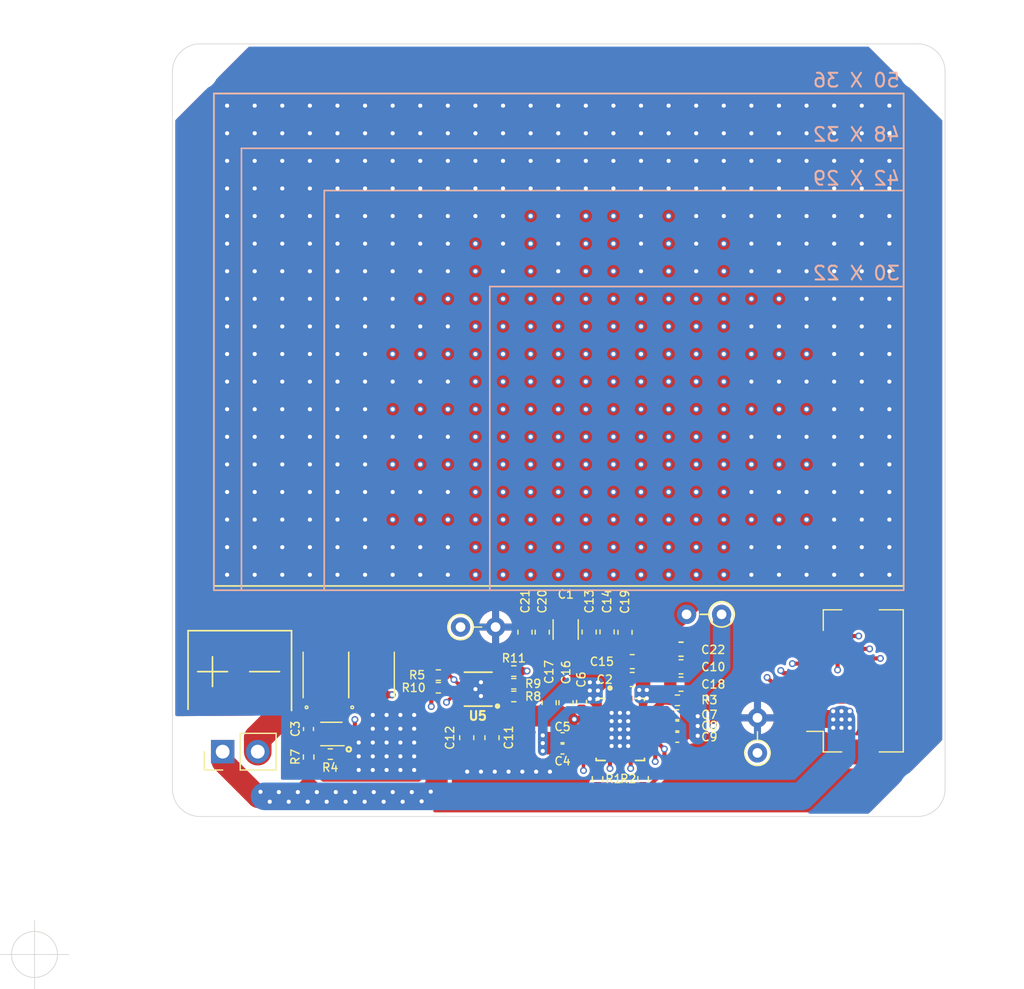
<source format=kicad_pcb>
(kicad_pcb (version 20211014) (generator pcbnew)
  (layers (0 "F.Cu" signal) (1 "In1.Cu" signal) (2 "In2.Cu" signal) (31 "B.Cu" signal) (34 "B.Paste" user) (35 "F.Paste" user) (36 "B.SilkS" user "B.Silkscreen") (37 "F.SilkS" user "F.Silkscreen") (38 "B.Mask" user) (39 "F.Mask" user) (44 "Edge.Cuts" user))
  (net 0 "")
  (net 1 "BAT-")
  (net 2 "Net-(C3-Pad1)")
  (net 3 "Net-(R4-Pad1)")
  (net 4 "Net-(U3-Pad5)")
  (net 5 "GND")
  (net 6 "BAT+")
  (net 7 "Net-(C1-Pad2)")
  (net 8 "Net-(C1-Pad1)")
  (net 9 "Net-(C4-Pad2)")
  (net 10 "Net-(C5-Pad2)")
  (net 11 "Net-(C6-Pad2)")
  (net 12 "Net-(C7-Pad1)")
  (net 13 "Net-(C8-Pad1)")
  (net 14 "Net-(C9-Pad1)")
  (net 15 "Net-(C10-Pad2)")
  (net 16 "Net-(R1-Pad1)")
  (net 17 "Net-(R2-Pad1)")
  (net 18 "BAT_ISET")
  (net 19 "Net-(R8-Pad1)")
  (net 20 "Net-(R9-Pad1)")
  (net 21 "Net-(R10-Pad1)")
  (net 22 "Net-(R11-Pad1)")
  (net 23 "Net-(TH1-Pad1)")
  (net 24 "Net-(TH2-Pad1)")
  (net 25 "Net-(U1-Pad3)")
  (net 26 "Net-(U1-Pad2)")
  (net 27 "REG_power")
  (net 28 "REG_EN2")
  (net 29 "REG_EN1")
  (net 30 "REG_CHG")
  (net 31 "BAT_PG")
  (net 32 "BAT_CHG")
  (net 33 "Net-(C15-Pad2)")
  (footprint "Capacitor_SMD:C_0402_1005Metric" (layer "F.Cu") (at 141.47 119.45 90)
    (fp_text reference "C3")
    (fp_text value "100nF")
  )
  (footprint "Resistor_SMD:R_0402_1005Metric" (layer "F.Cu") (at 143.05 121.27)
    (fp_text reference "R4")
    (fp_text value "2.2k")
  )
  (footprint "Resistor_SMD:R_0402_1005Metric" (layer "F.Cu") (at 141.48 121.48 90)
    (fp_text reference "R7")
    (fp_text value "330R")
  )
  (footprint "Package_SON:WSON-6_1.5x1.5mm_P0.5mm" (layer "F.Cu") (at 143.109999 119.81 180)
    (fp_text reference "U1" hide)
    (fp_text value "BQ2971")
  )
  (footprint "BC:CSD16406Q3" (layer "F.Cu") (at 146.04 115.529999 90)
    (fp_text reference "U3" hide)
    (fp_text value "CSD16406Q3")
  )
  (footprint "BC:CSD16406Q3" (layer "F.Cu") (at 142.73 115.53 90)
    (fp_text reference "U4" hide)
    (fp_text value "CSD16406Q3")
  )
  (footprint "BQ24040:SON40P200X200X80-11N" (layer "F.Cu") (at 153.77 116.559999 180)
    (fp_text reference "U5")
    (fp_text value "BQ24040DSQT")
  )
  (footprint "MountingHole:MountingHole_2.2mm_M2" (layer "F.Cu") (at 133.61 71.79)
    (fp_text reference "J1" hide)
    (fp_text value "Conn_01x01_Female")
  )
  (footprint "MountingHole:MountingHole_2.2mm_M2" (layer "F.Cu") (at 133.61 123.79)
    (fp_text reference "J2" hide)
    (fp_text value "Conn_01x01_Female")
  )
  (footprint "MountingHole:MountingHole_2.2mm_M2" (layer "F.Cu") (at 185.61 71.79)
    (fp_text reference "J3" hide)
    (fp_text value "Conn_01x01_Female")
  )
  (footprint "MountingHole:MountingHole_2.2mm_M2" (layer "F.Cu") (at 185.61 123.79)
    (fp_text reference "J4" hide)
    (fp_text value "Conn_01x01_Female")
  )
  (footprint "Connector_PinHeader_2.54mm:PinHeader_1x02_P2.54mm_Vertical" (layer "F.Cu") (at 135.25 121.09 90)
    (fp_text reference "J5" hide)
    (fp_text value "BAT")
  )
  (footprint "Capacitor_SMD:C_1206_3216Metric" (layer "F.Cu") (at 160.11 112.24 -90)
    (fp_text reference "C1")
    (fp_text value "100nF")
  )
  (footprint "Capacitor_SMD:C_0603_1608Metric" (layer "F.Cu") (at 164.935 115.86)
    (fp_text reference "C2")
    (fp_text value "1nF")
  )
  (footprint "Capacitor_SMD:C_0402_1005Metric" (layer "F.Cu") (at 159.88 120.9)
    (fp_text reference "C4")
    (fp_text value "22nF")
  )
  (footprint "Capacitor_SMD:C_0402_1005Metric" (layer "F.Cu") (at 159.88 120.08)
    (fp_text reference "C5")
    (fp_text value "470nF")
  )
  (footprint "Capacitor_SMD:C_0402_1005Metric" (layer "F.Cu") (at 161.26 117.48 -90)
    (fp_text reference "C6")
    (fp_text value "10nF")
  )
  (footprint "Capacitor_SMD:C_0402_1005Metric" (layer "F.Cu") (at 168.2 118.41)
    (fp_text reference "C7")
    (fp_text value "10nF")
  )
  (footprint "Capacitor_SMD:C_0402_1005Metric" (layer "F.Cu") (at 168.2 119.23)
    (fp_text reference "C8")
    (fp_text value "470nF")
  )
  (footprint "Capacitor_SMD:C_0402_1005Metric" (layer "F.Cu") (at 168.2 120.05)
    (fp_text reference "C9")
    (fp_text value "22nF")
  )
  (footprint "Capacitor_SMD:C_0603_1608Metric" (layer "F.Cu") (at 168.47 114.94 180)
    (fp_text reference "C10")
    (fp_text value "10uF")
  )
  (footprint "Capacitor_SMD:C_0603_1608Metric" (layer "F.Cu") (at 154.77 120.08 90)
    (fp_text reference "C11")
    (fp_text value "1uF")
  )
  (footprint "Capacitor_SMD:C_0603_1608Metric" (layer "F.Cu") (at 152.94 120.08 -90)
    (fp_text reference "C12")
    (fp_text value "1uF")
  )
  (footprint "Resistor_THT:R_Axial_DIN0204_L3.6mm_D1.6mm_P2.54mm_Vertical" (layer "F.Cu") (at 171.41 111.14 180)
    (fp_text reference "J6" hide)
    (fp_text value "AC")
  )
  (footprint "Resistor_SMD:R_0402_1005Metric" (layer "F.Cu") (at 162.42 123.049999 90)
    (fp_text reference "R1")
    (fp_text value "196R")
  )
  (footprint "Resistor_SMD:R_0402_1005Metric" (layer "F.Cu") (at 165.72 123.05 -90)
    (fp_text reference "R2")
    (fp_text value "20R")
  )
  (footprint "Resistor_SMD:R_0402_1005Metric" (layer "F.Cu") (at 168.21 117.37)
    (fp_text reference "R3")
    (fp_text value "20k")
  )
  (footprint "Resistor_SMD:R_0402_1005Metric" (layer "F.Cu") (at 150.88 115.54 180)
    (fp_text reference "R5")
    (fp_text value "1k")
  )
  (footprint "Resistor_SMD:R_0402_1005Metric" (layer "F.Cu") (at 156.35 117.09)
    (fp_text reference "R8")
    (fp_text value "536R")
  )
  (footprint "Resistor_SMD:R_0402_1005Metric" (layer "F.Cu") (at 156.35 116.17)
    (fp_text reference "R9")
    (fp_text value "2K")
  )
  (footprint "Resistor_SMD:R_0402_1005Metric" (layer "F.Cu") (at 150.88 116.459999 180)
    (fp_text reference "R10")
    (fp_text value "1.5K")
  )
  (footprint "Resistor_SMD:R_0402_1005Metric" (layer "F.Cu") (at 156.349999 115.25)
    (fp_text reference "R11")
    (fp_text value "1.5K")
  )
  (footprint "Resistor_THT:R_Axial_DIN0204_L3.6mm_D1.6mm_P2.54mm_Vertical" (layer "F.Cu") (at 174.01 121.18 90)
    (fp_text reference "TH1" hide)
    (fp_text value "Thermistor_NTC")
  )
  (footprint "Resistor_THT:R_Axial_DIN0204_L3.6mm_D1.6mm_P2.54mm_Vertical" (layer "F.Cu") (at 152.49 112.06)
    (fp_text reference "TH2" hide)
    (fp_text value "Thermistor_NTC")
  )
  (footprint "BQ51013B:IC_MSP430FR2522IRHLR" (layer "F.Cu") (at 164.07 119.48)
    (fp_text reference "U2" hide)
    (fp_text value "BQ51013BRHLR")
  )
  (footprint "Capacitor_SMD:C_0603_1608Metric" (layer "F.Cu") (at 161.81 112.42 -90)
    (fp_text reference "C13")
    (fp_text value "10nF")
  )
  (footprint "Capacitor_SMD:C_0603_1608Metric" (layer "F.Cu") (at 164.935 114.565)
    (fp_text reference "C15")
    (fp_text value "1nF")
  )
  (footprint "Capacitor_SMD:C_0603_1608Metric" (layer "F.Cu") (at 160.135 117.54 -90)
    (fp_text reference "C16")
    (fp_text value "10uF")
  )
  (footprint "Capacitor_SMD:C_0603_1608Metric" (layer "F.Cu") (at 158.91 117.54 -90)
    (fp_text reference "C17")
    (fp_text value "0.1uF")
  )
  (footprint "Capacitor_SMD:C_0603_1608Metric" (layer "F.Cu") (at 168.47 116.2 180)
    (fp_text reference "C18")
    (fp_text value "0.1uF")
  )
  (footprint "Connector_FFC-FPC:Hirose_FH12-14S-0.5SH_1x14-1MP_P0.50mm_Horizontal" (layer "F.Cu") (at 180.08 115.96 90)
    (fp_text reference "J7" hide)
    (fp_text value "Conn_01x14")
  )
  (footprint "Capacitor_SMD:C_0603_1608Metric" (layer "F.Cu") (at 163.11 112.41 -90)
    (fp_text reference "C14")
    (fp_text value "10nF")
  )
  (footprint "Capacitor_SMD:C_0603_1608Metric" (layer "F.Cu") (at 164.41 112.44 -90)
    (fp_text reference "C19")
    (fp_text value "10nF")
  )
  (footprint "Capacitor_SMD:C_0603_1608Metric" (layer "F.Cu") (at 158.41 112.43 -90)
    (fp_text reference "C20")
    (fp_text value "10nF")
  )
  (footprint "Capacitor_SMD:C_0603_1608Metric" (layer "F.Cu") (at 157.16 112.43 -90)
    (fp_text reference "C21")
    (fp_text value "2.2nF")
  )
  (footprint "Capacitor_SMD:C_0603_1608Metric" (layer "F.Cu") (at 168.47 113.665 180)
    (fp_text reference "C22")
    (fp_text value "10uF")
  )
  (gr_line (start 184.61 73.39) (end 134.61 73.39) (layer "B.SilkS") (width 0.12))
  (gr_line (start 142.61 80.42) (end 142.61 109.39) (layer "B.SilkS") (width 0.12))
  (gr_line (start 184.61 80.42) (end 142.61 80.42) (layer "B.SilkS") (width 0.12))
  (gr_line (start 136.61 77.36) (end 184.61 77.36) (layer "B.SilkS") (width 0.12))
  (gr_line (start 154.61 87.38) (end 154.61 109.39) (layer "B.SilkS") (width 0.12))
  (gr_line (start 184.61 109.39) (end 184.61 73.39) (layer "B.SilkS") (width 0.12))
  (gr_line (start 184.61 87.38) (end 154.61 87.38) (layer "B.SilkS") (width 0.12))
  (gr_line (start 136.61 77.36) (end 136.61 109.39) (layer "B.SilkS") (width 0.12))
  (gr_line (start 134.61 109.39) (end 184.61 109.39) (layer "B.SilkS") (width 0.12))
  (gr_line (start 134.61 73.39) (end 134.61 109.39) (layer "B.SilkS") (width 0.12))
  (gr_line (start 184.61 73.39) (end 184.61 109.08) (layer "F.SilkS") (width 0.12))
  (gr_line (start 134.61 109.08) (end 184.61 109.08) (layer "F.SilkS") (width 0.12))
  (gr_line (start 132.74 112.32) (end 140.24 112.32) (layer "F.SilkS") (width 0.12))
  (gr_line (start 140.24 112.32) (end 140.24 118.11) (layer "F.SilkS") (width 0.12))
  (gr_line (start 134.51 116.37) (end 134.51 114.21) (layer "F.SilkS") (width 0.12))
  (gr_line (start 137.21 115.29) (end 139.37 115.29) (layer "F.SilkS") (width 0.12))
  (gr_line (start 133.44 115.29) (end 135.6 115.29) (layer "F.SilkS") (width 0.12))
  (gr_line (start 134.61 73.39) (end 184.61 73.39) (layer "F.SilkS") (width 0.12))
  (gr_line (start 134.61 73.39) (end 134.61 109.08) (layer "F.SilkS") (width 0.12))
  (gr_line (start 132.74 112.32) (end 132.74 118.02) (layer "F.SilkS") (width 0.12))
  (gr_circle (center 144.39 120.92) (end 144.555529 120.92) (layer "F.SilkS") (width 0.15) (fill none))
  (gr_line (start 133.610001 125.790001) (end 185.61 125.79) (layer "Edge.Cuts") (width 0.05))
  (gr_line (start 131.61 123.79) (end 131.61 71.79) (layer "Edge.Cuts") (width 0.05))
  (gr_line (start 187.610001 123.789999) (end 187.61 71.79) (layer "Edge.Cuts") (width 0.05))
  (gr_arc (start 187.610001 123.789999) (mid 187.024214 125.204213) (end 185.61 125.79) (layer "Edge.Cuts") (width 0.05))
  (gr_arc (start 133.610001 125.790001) (mid 132.195787 125.204214) (end 131.61 123.79) (layer "Edge.Cuts") (width 0.05))
  (gr_arc (start 131.61 71.79) (mid 132.195787 70.375786) (end 133.610001 69.789999) (layer "Edge.Cuts") (width 0.05))
  (gr_arc (start 185.609999 69.789999) (mid 187.024213 70.375786) (end 187.61 71.79) (layer "Edge.Cuts") (width 0.05))
  (gr_line (start 133.610001 69.789999) (end 185.609999 69.789999) (layer "Edge.Cuts") (width 0.05))
  (gr_text "50 X 36" (at 181.18 72.43) (layer "B.SilkS") (effects (font (size 1 1)) (justify mirror)))
  (gr_text "30 X 22" (at 181.18 86.41) (layer "B.SilkS") (effects (font (size 1 1)) (justify mirror)))
  (gr_text "42 X 29" (at 181.18 79.54) (layer "B.SilkS") (effects (font (size 1 1)) (justify mirror)))
  (gr_text "48 X 32" (at 181.18 76.36) (layer "B.SilkS") (effects (font (size 1 1)) (justify mirror)))
  (target plus (at 121.61 135.79) (size 5) (width 0.05) (layer "Edge.Cuts"))
  (segment (start 143.05 117.03) (end 141.76 117.030001) (width 0.5) (layer "F.Cu") (net 1))
  (segment (start 142.66 119.18) (end 142.66 118.6) (width 0.5) (layer "F.Cu") (net 1))
  (segment (start 141.41 117.67) (end 141.41 118.97) (width 0.5) (layer "F.Cu") (net 1))
  (segment (start 141.48 118.56) (end 142.54 118.56) (width 0.5) (layer "F.Cu") (net 1))
  (segment (start 141.51 118.27) (end 142.57 118.27) (width 0.5) (layer "F.Cu") (net 1))
  (segment (start 142.23 118.17) (end 142.23 117.11) (width 0.5) (layer "F.Cu") (net 1))
  (segment (start 142.66 118.48) (end 142.66 117.42) (width 0.5) (layer "F.Cu") (net 1))
  (segment (start 141.329533 118.999533) (end 140.58 118.25) (width 0.5) (layer "F.Cu") (net 1))
  (segment (start 143.05 117.25) (end 142.300467 117.999533) (width 0.5) (layer "F.Cu") (net 1))
  (segment (start 141.15 118.87) (end 140.09 118.87) (width 0.5) (layer "F.Cu") (net 1))
  (segment (start 141.759411 116.969411) (end 141.755001 116.965) (width 0.5) (layer "F.Cu") (net 1))
  (segment (start 141.15 117.65) (end 140.21 117.65) (width 2) (layer "F.Cu") (net 1))
  (segment (start 141.43 117.829999) (end 141.43 117.239999) (width 0.5) (layer "F.Cu") (net 1))
  (segment (start 143.05 116.9) (end 141.75 116.9) (width 0.5) (layer "F.Cu") (net 1))
  (segment (start 142.42 118.61) (end 142.59 118.44) (width 0.5) (layer "F.Cu") (net 1))
  (segment (start 140.21 117.69) (end 137.79 120.11) (width 2) (layer "F.Cu") (net 1))
  (segment (start 142.42 119.19) (end 142.42 118.61) (width 0.5) (layer "F.Cu") (net 1))
  (segment (start 141.568909 116.9) (end 141.18 116.9) (width 0.5) (layer "F.Cu") (net 1))
  (segment (start 137.79 120.11) (end 137.79 121.09) (width 2) (layer "F.Cu") (net 1))
  (segment (start 140.21 117.65) (end 140.21 117.69) (width 2) (layer "F.Cu") (net 1))
  (segment (start 141.749412 116.970589) (end 141.755001 116.965) (width 0.5) (layer "F.Cu") (net 1))
  (segment (start 141.41 118.99) (end 142.47 118.99) (width 0.5) (layer "F.Cu") (net 1))
  (segment (start 141.479999 118.790001) (end 141.480001 118.79) (width 0.5) (layer "F.Cu") (net 1))
  (segment (start 141.6 119.81) (end 141.45 119.96) (width 0.3) (layer "F.Cu") (net 2))
  (segment (start 141.469998 120.73) (end 141.469999 119.930001) (width 0.5) (layer "F.Cu") (net 2))
  (segment (start 142.534999 119.81) (end 141.6 119.81) (width 0.3) (layer "F.Cu") (net 2))
  (segment (start 142.539999 120.42) (end 142.54 121.324998) (width 0.5) (layer "F.Cu") (net 3))
  (segment (start 143.625 114.95) (end 145.075 114.95) (width 0.5) (layer "F.Cu") (net 4))
  (segment (start 143.705 115.7) (end 145.155 115.7) (width 0.5) (layer "F.Cu") (net 4))
  (segment (start 143.665 115.39) (end 145.115 115.39) (width 0.5) (layer "F.Cu") (net 4))
  (segment (start 141.75 114.56) (end 147.01 114.559999) (width 0.5) (layer "F.Cu") (net 4))
  (segment (start 141.755 114.095) (end 147.015 114.094999) (width 0.5) (layer "F.Cu") (net 4))
  (segment (start 143.695 115.82) (end 145.145 115.82) (width 0.5) (layer "F.Cu") (net 4))
  (segment (start 146.36 116.9) (end 145.06 116.9) (width 0.5) (layer "F.Cu") (net 5))
  (segment (start 146.35 117.03) (end 145.05 117.03) (width 0.5) (layer "F.Cu") (net 5))
  (segment (start 162.58 121.27) (end 162.58 122.52) (width 0.3) (layer "F.Cu") (net 5))
  (segment (start 162.270001 121.29) (end 162.27 122.54) (width 0.3) (layer "F.Cu") (net 5))
  (segment (start 177.73 116.21) (end 177.73 117.71) (width 0.3) (layer "F.Cu") (net 5))
  (segment (start 177.97 116.22) (end 177.97 117.72) (width 0.3) (layer "F.Cu") (net 5))
  (segment (start 178.73 116.21) (end 178.73 117.71) (width 0.3) (layer "F.Cu") (net 5))
  (segment (start 178.47 116.21) (end 178.47 117.71) (width 0.3) (layer "F.Cu") (net 5))
  (segment (start 162.44 121.61) (end 163.69 120.36) (width 0.3) (layer "F.Cu") (net 5))
  (segment (start 164.12 119.94) (end 164.12 119.44) (width 0.3) (layer "F.Cu") (net 5))
  (segment (start 162.42 121.23) (end 162.82 121.23) (width 0.3) (layer "F.Cu") (net 5))
  (segment (start 162.42 121.23) (end 162.420001 122.48) (width 0.3) (layer "F.Cu") (net 5))
  (segment (start 164.82 118.73) (end 164.07 119.48) (width 0.25) (layer "F.Cu") (net 5))
  (segment (start 154.754999 116.559999) (end 153.77 116.559999) (width 0.25) (layer "F.Cu") (net 5))
  (segment (start 143.56 121.27) (end 143.56 121.31) (width 0.5) (layer "F.Cu") (net 5))
  (segment (start 163.32 118.73) (end 164.07 119.48) (width 0.25) (layer "F.Cu") (net 5))
  (segment (start 178.23 116.21) (end 178.23 117.71) (width 0.3) (layer "F.Cu") (net 5))
  (segment (start 163.32 117.33) (end 163.32 118.73) (width 0.25) (layer "F.Cu") (net 5))
  (segment (start 162.82 121.23) (end 164.07 119.98) (width 0.3) (layer "F.Cu") (net 5))
  (segment (start 164.82 117.33) (end 164.82 118.73) (width 0.25) (layer "F.Cu") (net 5))
  (segment (start 156.86 117.09) (end 156.86 116.169999) (width 0.5) (layer "F.Cu") (net 5))
  (via (at 153.97 116.06) (size 0.5) (drill 0.3) (layers "F.Cu" "B.Cu") (net 5))
  (via (at 152.97 122.54) (size 0.5) (drill 0.3) (layers "F.Cu" "B.Cu") (net 5))
  (via (at 135.57 74.27) (size 0.5) (drill 0.3) (layers "F.Cu" "B.Cu") (net 5))
  (via (at 164.04 118.28) (size 0.45) (drill 0.3) (layers "F.Cu" "B.Cu") (net 5))
  (via (at 164.64 118.28) (size 0.45) (drill 0.3) (layers "F.Cu" "B.Cu") (net 5))
  (via (at 163.44 118.88) (size 0.45) (drill 0.3) (layers "F.Cu" "B.Cu") (net 5))
  (via (at 164.04 118.88) (size 0.45) (drill 0.3) (layers "F.Cu" "B.Cu") (net 5))
  (via (at 164.64 118.88) (size 0.45) (drill 0.3) (layers "F.Cu" "B.Cu") (net 5))
  (via (at 163.44 119.48) (size 0.45) (drill 0.3) (layers "F.Cu" "B.Cu") (net 5))
  (via (at 164.04 119.48) (size 0.45) (drill 0.3) (layers "F.Cu" "B.Cu") (net 5))
  (via (at 164.64 119.48) (size 0.45) (drill 0.3) (layers "F.Cu" "B.Cu") (net 5))
  (via (at 163.44 120.08) (size 0.45) (drill 0.3) (layers "F.Cu" "B.Cu") (net 5))
  (via (at 164.04 120.08) (size 0.45) (drill 0.3) (layers "F.Cu" "B.Cu") (net 5))
  (via (at 164.64 120.08) (size 0.45) (drill 0.3) (layers "F.Cu" "B.Cu") (net 5))
  (via (at 163.44 120.68) (size 0.45) (drill 0.3) (layers "F.Cu" "B.Cu") (net 5))
  (via (at 164.04 120.68) (size 0.45) (drill 0.3) (layers "F.Cu" "B.Cu") (net 5))
  (via (at 164.64 120.68) (size 0.45) (drill 0.3) (layers "F.Cu" "B.Cu") (net 5))
  (via (at 147.13 118.43) (size 0.5) (drill 0.3) (layers "F.Cu" "B.Cu") (net 5))
  (via (at 148.13 118.43) (size 0.5) (drill 0.3) (layers "F.Cu" "B.Cu") (net 5))
  (via (at 149.13 118.43) (size 0.5) (drill 0.3) (layers "F.Cu" "B.Cu") (net 5))
  (via (at 146.13 119.43) (size 0.5) (drill 0.3) (layers "F.Cu" "B.Cu") (net 5))
  (via (at 147.13 119.43) (size 0.5) (drill 0.3) (layers "F.Cu" "B.Cu") (net 5))
  (via (at 148.13 119.43) (size 0.5) (drill 0.3) (layers "F.Cu" "B.Cu") (net 5))
  (via (at 149.13 119.43) (size 0.5) (drill 0.3) (layers "F.Cu" "B.Cu") (net 5))
  (via (at 146.13 120.43) (size 0.5) (drill 0.3) (layers "F.Cu" "B.Cu") (net 5))
  (via (at 147.13 120.43) (size 0.5) (drill 0.3) (layers "F.Cu" "B.Cu") (net 5))
  (via (at 148.13 120.43) (size 0.5) (drill 0.3) (layers "F.Cu" "B.Cu") (net 5))
  (via (at 149.13 120.43) (size 0.5) (drill 0.3) (layers "F.Cu" "B.Cu") (net 5))
  (via (at 146.13 121.43) (size 0.5) (drill 0.3) (layers "F.Cu" "B.Cu") (net 5))
  (via (at 147.13 121.43) (size 0.5) (drill 0.3) (layers "F.Cu" "B.Cu") (net 5))
  (via (at 148.13 121.43) (size 0.5) (drill 0.3) (layers "F.Cu" "B.Cu") (net 5))
  (via (at 149.13 121.43) (size 0.5) (drill 0.3) (layers "F.Cu" "B.Cu") (net 5))
  (via (at 147.13 122.42) (size 0.5) (drill 0.3) (layers "F.Cu" "B.Cu") (net 5))
  (via (at 146.13 122.42) (size 0.5) (drill 0.3) (layers "F.Cu" "B.Cu") (net 5))
  (via (at 149.13 122.42) (size 0.5) (drill 0.3) (layers "F.Cu" "B.Cu") (net 5))
  (via (at 148.13 122.42) (size 0.5) (drill 0.3) (layers "F.Cu" "B.Cu") (net 5))
  (via (at 145.11 120.43) (size 0.5) (drill 0.3) (layers "F.Cu" "B.Cu") (net 5))
  (via (at 145.11 121.43) (size 0.5) (drill 0.3) (layers "F.Cu" "B.Cu") (net 5))
  (via (at 145.11 122.42) (size 0.5) (drill 0.3) (layers "F.Cu" "B.Cu") (net 5))
  (via (at 153.97 122.54) (size 0.5) (drill 0.3) (layers "F.Cu" "B.Cu") (net 5))
  (via (at 154.97 122.54) (size 0.5) (drill 0.3) (layers "F.Cu" "B.Cu") (net 5))
  (via (at 155.97 122.54) (size 0.5) (drill 0.3) (layers "F.Cu" "B.Cu") (net 5))
  (via (at 156.97 122.54) (size 0.5) (drill 0.3) (layers "F.Cu" "B.Cu") (net 5))
  (via (at 157.97 122.54) (size 0.5) (drill 0.3) (layers "F.Cu" "B.Cu") (net 5))
  (via (at 158.97 122.54) (size 0.5) (drill 0.3) (layers "F.Cu" "B.Cu") (net 5))
  (via (at 163.44 118.28) (size 0.45) (drill 0.3) (layers "F.Cu" "B.Cu") (net 5))
  (via (at 137.57 74.27) (size 0.5) (drill 0.3) (layers "F.Cu" "B.Cu") (net 5))
  (via (at 139.57 74.27) (size 0.5) (drill 0.3) (layers "F.Cu" "B.Cu") (net 5))
  (via (at 141.57 74.27) (size 0.5) (drill 0.3) (layers "F.Cu" "B.Cu") (net 5))
  (via (at 143.57 74.27) (size 0.5) (drill 0.3) (layers "F.Cu" "B.Cu") (net 5))
  (via (at 145.57 74.27) (size 0.5) (drill 0.3) (layers "F.Cu" "B.Cu") (net 5))
  (via (at 147.57 74.27) (size 0.5) (drill 0.3) (layers "F.Cu" "B.Cu") (net 5))
  (via (at 149.57 74.27) (size 0.5) (drill 0.3) (layers "F.Cu" "B.Cu") (net 5))
  (via (at 151.57 74.27) (size 0.5) (drill 0.3) (layers "F.Cu" "B.Cu") (net 5))
  (via (at 153.57 74.27) (size 0.5) (drill 0.3) (layers "F.Cu" "B.Cu") (net 5))
  (via (at 155.57 74.27) (size 0.5) (drill 0.3) (layers "F.Cu" "B.Cu") (net 5))
  (via (at 157.57 74.27) (size 0.5) (drill 0.3) (layers "F.Cu" "B.Cu") (net 5))
  (via (at 159.57 74.27) (size 0.5) (drill 0.3) (layers "F.Cu" "B.Cu") (net 5))
  (via (at 161.57 74.27) (size 0.5) (drill 0.3) (layers "F.Cu" "B.Cu") (net 5))
  (via (at 163.57 74.27) (size 0.5) (drill 0.3) (layers "F.Cu" "B.Cu") (net 5))
  (via (at 165.57 74.27) (size 0.5) (drill 0.3) (layers "F.Cu" "B.Cu") (net 5))
  (via (at 167.57 74.27) (size 0.5) (drill 0.3) (layers "F.Cu" "B.Cu") (net 5))
  (via (at 169.57 74.27) (size 0.5) (drill 0.3) (layers "F.Cu" "B.Cu") (net 5))
  (via (at 171.57 74.27) (size 0.5) (drill 0.3) (layers "F.Cu" "B.Cu") (net 5))
  (via (at 173.57 74.27) (size 0.5) (drill 0.3) (layers "F.Cu" "B.Cu") (net 5))
  (via (at 175.57 74.27) (size 0.5) (drill 0.3) (layers "F.Cu" "B.Cu") (net 5))
  (via (at 177.57 74.27) (size 0.5) (drill 0.3) (layers "F.Cu" "B.Cu") (net 5))
  (via (at 179.57 74.27) (size 0.5) (drill 0.3) (layers "F.Cu" "B.Cu") (net 5))
  (via (at 181.57 74.27) (size 0.5) (drill 0.3) (layers "F.Cu" "B.Cu") (net 5))
  (via (at 183.57 74.27) (size 0.5) (drill 0.3) (layers "F.Cu" "B.Cu") (net 5))
  (via (at 183.57 76.27) (size 0.5) (drill 0.3) (layers "F.Cu" "B.Cu") (net 5))
  (via (at 181.57 76.27) (size 0.5) (drill 0.3) (layers "F.Cu" "B.Cu") (net 5))
  (via (at 179.57 76.27) (size 0.5) (drill 0.3) (layers "F.Cu" "B.Cu") (net 5))
  (via (at 177.57 76.27) (size 0.5) (drill 0.3) (layers "F.Cu" "B.Cu") (net 5))
  (via (at 175.57 76.27) (size 0.5) (drill 0.3) (layers "F.Cu" "B.Cu") (net 5))
  (via (at 173.57 76.27) (size 0.5) (drill 0.3) (layers "F.Cu" "B.Cu") (net 5))
  (via (at 171.57 76.27) (size 0.5) (drill 0.3) (layers "F.Cu" "B.Cu") (net 5))
  (via (at 169.57 76.27) (size 0.5) (drill 0.3) (layers "F.Cu" "B.Cu") (net 5))
  (via (at 167.57 76.27) (size 0.5) (drill 0.3) (layers "F.Cu" "B.Cu") (net 5))
  (via (at 165.57 76.27) (size 0.5) (drill 0.3) (layers "F.Cu" "B.Cu") (net 5))
  (via (at 163.57 76.27) (size 0.5) (drill 0.3) (layers "F.Cu" "B.Cu") (net 5))
  (via (at 161.57 76.27) (size 0.5) (drill 0.3) (layers "F.Cu" "B.Cu") (net 5))
  (via (at 159.57 76.27) (size 0.5) (drill 0.3) (layers "F.Cu" "B.Cu") (net 5))
  (via (at 157.57 76.27) (size 0.5) (drill 0.3) (layers "F.Cu" "B.Cu") (net 5))
  (via (at 155.57 76.27) (size 0.5) (drill 0.3) (layers "F.Cu" "B.Cu") (net 5))
  (via (at 153.57 76.27) (size 0.5) (drill 0.3) (layers "F.Cu" "B.Cu") (net 5))
  (via (at 151.57 76.27) (size 0.5) (drill 0.3) (layers "F.Cu" "B.Cu") (net 5))
  (via (at 149.57 76.27) (size 0.5) (drill 0.3) (layers "F.Cu" "B.Cu") (net 5))
  (via (at 147.57 76.27) (size 0.5) (drill 0.3) (layers "F.Cu" "B.Cu") (net 5))
  (via (at 145.57 76.27) (size 0.5) (drill 0.3) (layers "F.Cu" "B.Cu") (net 5))
  (via (at 143.57 76.27) (size 0.5) (drill 0.3) (layers "F.Cu" "B.Cu") (net 5))
  (via (at 141.57 76.27) (size 0.5) (drill 0.3) (layers "F.Cu" "B.Cu") (net 5))
  (via (at 139.57 76.27) (size 0.5) (drill 0.3) (layers "F.Cu" "B.Cu") (net 5))
  (via (at 137.57 76.27) (size 0.5) (drill 0.3) (layers "F.Cu" "B.Cu") (net 5))
  (via (at 135.57 76.27) (size 0.5) (drill 0.3) (layers "F.Cu" "B.Cu") (net 5))
  (via (at 135.57 78.27) (size 0.5) (drill 0.3) (layers "F.Cu" "B.Cu") (net 5))
  (via (at 137.57 78.27) (size 0.5) (drill 0.3) (layers "F.Cu" "B.Cu") (net 5))
  (via (at 139.57 78.27) (size 0.5) (drill 0.3) (layers "F.Cu" "B.Cu") (net 5))
  (via (at 141.57 78.27) (size 0.5) (drill 0.3) (layers "F.Cu" "B.Cu") (net 5))
  (via (at 143.57 78.27) (size 0.5) (drill 0.3) (layers "F.Cu" "B.Cu") (net 5))
  (via (at 145.57 78.27) (size 0.5) (drill 0.3) (layers "F.Cu" "B.Cu") (net 5))
  (via (at 147.57 78.27) (size 0.5) (drill 0.3) (layers "F.Cu" "B.Cu") (net 5))
  (via (at 149.57 78.27) (size 0.5) (drill 0.3) (layers "F.Cu" "B.Cu") (net 5))
  (via (at 151.57 78.27) (size 0.5) (drill 0.3) (layers "F.Cu" "B.Cu") (net 5))
  (via (at 153.57 78.27) (size 0.5) (drill 0.3) (layers "F.Cu" "B.Cu") (net 5))
  (via (at 155.57 78.27) (size 0.5) (drill 0.3) (layers "F.Cu" "B.Cu") (net 5))
  (via (at 157.57 78.27) (size 0.5) (drill 0.3) (layers "F.Cu" "B.Cu") (net 5))
  (via (at 159.57 78.27) (size 0.5) (drill 0.3) (layers "F.Cu" "B.Cu") (net 5))
  (via (at 161.57 78.27) (size 0.5) (drill 0.3) (layers "F.Cu" "B.Cu") (net 5))
  (via (at 163.57 78.27) (size 0.5) (drill 0.3) (layers "F.Cu" "B.Cu") (net 5))
  (via (at 165.57 78.27) (size 0.5) (drill 0.3) (layers "F.Cu" "B.Cu") (net 5))
  (via (at 167.57 78.27) (size 0.5) (drill 0.3) (layers "F.Cu" "B.Cu") (net 5))
  (via (at 169.57 78.27) (size 0.5) (drill 0.3) (layers "F.Cu" "B.Cu") (net 5))
  (via (at 171.57 78.27) (size 0.5) (drill 0.3) (layers "F.Cu" "B.Cu") (net 5))
  (via (at 173.57 78.27) (size 0.5) (drill 0.3) (layers "F.Cu" "B.Cu") (net 5))
  (via (at 175.57 78.27) (size 0.5) (drill 0.3) (layers "F.Cu" "B.Cu") (net 5))
  (via (at 177.57 78.27) (size 0.5) (drill 0.3) (layers "F.Cu" "B.Cu") (net 5))
  (via (at 179.57 78.27) (size 0.5) (drill 0.3) (layers "F.Cu" "B.Cu") (net 5))
  (via (at 181.57 78.27) (size 0.5) (drill 0.3) (layers "F.Cu" "B.Cu") (net 5))
  (via (at 183.57 78.27) (size 0.5) (drill 0.3) (layers "F.Cu" "B.Cu") (net 5))
  (via (at 183.57 80.27) (size 0.5) (drill 0.3) (layers "F.Cu" "B.Cu") (net 5))
  (via (at 181.57 80.27) (size 0.5) (drill 0.3) (layers "F.Cu" "B.Cu") (net 5))
  (via (at 179.57 80.27) (size 0.5) (drill 0.3) (layers "F.Cu" "B.Cu") (net 5))
  (via (at 177.57 80.27) (size 0.5) (drill 0.3) (layers "F.Cu" "B.Cu") (net 5))
  (via (at 175.57 80.27) (size 0.5) (drill 0.3) (layers "F.Cu" "B.Cu") (net 5))
  (via (at 173.57 80.27) (size 0.5) (drill 0.3) (layers "F.Cu" "B.Cu") (net 5))
  (via (at 171.57 80.27) (size 0.5) (drill 0.3) (layers "F.Cu" "B.Cu") (net 5))
  (via (at 169.57 80.27) (size 0.5) (drill 0.3) (layers "F.Cu" "B.Cu") (net 5))
  (via (at 167.57 80.27) (size 0.5) (drill 0.3) (layers "F.Cu" "B.Cu") (net 5))
  (via (at 165.57 80.27) (size 0.5) (drill 0.3) (layers "F.Cu" "B.Cu") (net 5))
  (via (at 163.57 80.27) (size 0.5) (drill 0.3) (layers "F.Cu" "B.Cu") (net 5))
  (via (at 161.57 80.27) (size 0.5) (drill 0.3) (layers "F.Cu" "B.Cu") (net 5))
  (via (at 159.57 80.27) (size 0.5) (drill 0.3) (layers "F.Cu" "B.Cu") (net 5))
  (via (at 157.57 80.27) (size 0.5) (drill 0.3) (layers "F.Cu" "B.Cu") (net 5))
  (via (at 155.57 80.27) (size 0.5) (drill 0.3) (layers "F.Cu" "B.Cu") (net 5))
  (via (at 153.57 80.27) (size 0.5) (drill 0.3) (layers "F.Cu" "B.Cu") (net 5))
  (via (at 151.57 80.27) (size 0.5) (drill 0.3) (layers "F.Cu" "B.Cu") (net 5))
  (via (at 149.57 80.27) (size 0.5) (drill 0.3) (layers "F.Cu" "B.Cu") (net 5))
  (via (at 147.57 80.27) (size 0.5) (drill 0.3) (layers "F.Cu" "B.Cu") (net 5))
  (via (at 145.57 80.27) (size 0.5) (drill 0.3) (layers "F.Cu" "B.Cu") (net 5))
  (via (at 143.57 80.27) (size 0.5) (drill 0.3) (layers "F.Cu" "B.Cu") (net 5))
  (via (at 141.57 80.27) (size 0.5) (drill 0.3) (layers "F.Cu" "B.Cu") (net 5))
  (via (at 139.57 80.27) (size 0.5) (drill 0.3) (layers "F.Cu" "B.Cu") (net 5))
  (via (at 137.57 80.27) (size 0.5) (drill 0.3) (layers "F.Cu" "B.Cu") (net 5))
  (via (at 135.57 80.27) (size 0.5) (drill 0.3) (layers "F.Cu" "B.Cu") (net 5))
  (via (at 135.57 82.27) (size 0.5) (drill 0.3) (layers "F.Cu" "B.Cu") (net 5))
  (via (at 137.57 82.27) (size 0.5) (drill 0.3) (layers "F.Cu" "B.Cu") (net 5))
  (via (at 139.57 82.27) (size 0.5) (drill 0.3) (layers "F.Cu" "B.Cu") (net 5))
  (via (at 141.57 82.27) (size 0.5) (drill 0.3) (layers "F.Cu" "B.Cu") (net 5))
  (via (at 143.57 82.27) (size 0.5) (drill 0.3) (layers "F.Cu" "B.Cu") (net 5))
  (via (at 145.57 82.27) (size 0.5) (drill 0.3) (layers "F.Cu" "B.Cu") (net 5))
  (via (at 147.57 82.27) (size 0.5) (drill 0.3) (layers "F.Cu" "B.Cu") (net 5))
  (via (at 149.57 82.27) (size 0.5) (drill 0.3) (layers "F.Cu" "B.Cu") (net 5))
  (via (at 151.57 82.27) (size 0.5) (drill 0.3) (layers "F.Cu" "B.Cu") (net 5))
  (via (at 153.57 82.27) (size 0.5) (drill 0.3) (layers "F.Cu" "B.Cu") (net 5))
  (via (at 155.57 82.27) (size 0.5) (drill 0.3) (layers "F.Cu" "B.Cu") (net 5))
  (via (at 159.57 82.27) (size 0.5) (drill 0.3) (layers "F.Cu" "B.Cu") (net 5))
  (via (at 165.57 82.27) (size 0.5) (drill 0.3) (layers "F.Cu" "B.Cu") (net 5))
  (via (at 169.57 82.27) (size 0.5) (drill 0.3) (layers "F.Cu" "B.Cu") (net 5))
  (via (at 171.57 82.27) (size 0.5) (drill 0.3) (layers "F.Cu" "B.Cu") (net 5))
  (via (at 173.57 82.27) (size 0.5) (drill 0.3) (layers "F.Cu" "B.Cu") (net 5))
  (via (at 175.57 82.27) (size 0.5) (drill 0.3) (layers "F.Cu" "B.Cu") (net 5))
  (via (at 177.57 82.27) (size 0.5) (drill 0.3) (layers "F.Cu" "B.Cu") (net 5))
  (via (at 179.57 82.27) (size 0.5) (drill 0.3) (layers "F.Cu" "B.Cu") (net 5))
  (via (at 181.57 82.27) (size 0.5) (drill 0.3) (layers "F.Cu" "B.Cu") (net 5))
  (via (at 183.57 82.27) (size 0.5) (drill 0.3) (layers "F.Cu" "B.Cu") (net 5))
  (via (at 183.57 84.27) (size 0.5) (drill 0.3) (layers "F.Cu" "B.Cu") (net 5))
  (via (at 181.57 84.27) (size 0.5) (drill 0.3) (layers "F.Cu" "B.Cu") (net 5))
  (via (at 179.57 84.27) (size 0.5) (drill 0.3) (layers "F.Cu" "B.Cu") (net 5))
  (via (at 177.57 84.27) (size 0.5) (drill 0.3) (layers "F.Cu" "B.Cu") (net 5))
  (via (at 175.57 84.27) (size 0.5) (drill 0.3) (layers "F.Cu" "B.Cu") (net 5))
  (via (at 173.57 84.27) (size 0.5) (drill 0.3) (layers "F.Cu" "B.Cu") (net 5))
  (via (at 169.57 84.27) (size 0.5) (drill 0.3) (layers "F.Cu" "B.Cu") (net 5))
  (via (at 165.57 84.27) (size 0.5) (drill 0.3) (layers "F.Cu" "B.Cu") (net 5))
  (via (at 159.57 84.27) (size 0.5) (drill 0.3) (layers "F.Cu" "B.Cu") (net 5))
  (via (at 155.57 84.27) (size 0.5) (drill 0.3) (layers "F.Cu" "B.Cu") (net 5))
  (via (at 151.57 84.27) (size 0.5) (drill 0.3) (layers "F.Cu" "B.Cu") (net 5))
  (via (at 149.57 84.27) (size 0.5) (drill 0.3) (layers "F.Cu" "B.Cu") (net 5))
  (via (at 147.57 84.27) (size 0.5) (drill 0.3) (layers "F.Cu" "B.Cu") (net 5))
  (via (at 145.57 84.27) (size 0.5) (drill 0.3) (layers "F.Cu" "B.Cu") (net 5))
  (via (at 143.57 84.27) (size 0.5) (drill 0.3) (layers "F.Cu" "B.Cu") (net 5))
  (via (at 141.57 84.27) (size 0.5) (drill 0.3) (layers "F.Cu" "B.Cu") (net 5))
  (via (at 139.57 84.27) (size 0.5) (drill 0.3) (layers "F.Cu" "B.Cu") (net 5))
  (via (at 137.57 84.27) (size 0.5) (drill 0.3) (layers "F.Cu" "B.Cu") (net 5))
  (via (at 135.57 84.27) (size 0.5) (drill 0.3) (layers "F.Cu" "B.Cu") (net 5))
  (via (at 135.57 86.27) (size 0.5) (drill 0.3) (layers "F.Cu" "B.Cu") (net 5))
  (via (at 137.57 86.27) (size 0.5) (drill 0.3) (layers "F.Cu" "B.Cu") (net 5))
  (via (at 139.57 86.27) (size 0.5) (drill 0.3) (layers "F.Cu" "B.Cu") (net 5))
  (via (at 141.57 86.27) (size 0.5) (drill 0.3) (layers "F.Cu" "B.Cu") (net 5))
  (via (at 143.57 86.27) (size 0.5) (drill 0.3) (layers "F.Cu" "B.Cu") (net 5))
  (via (at 145.57 86.27) (size 0.5) (drill 0.3) (layers "F.Cu" "B.Cu") (net 5))
  (via (at 147.57 86.27) (size 0.5) (drill 0.3) (layers "F.Cu" "B.Cu") (net 5))
  (via (at 149.57 86.27) (size 0.5) (drill 0.3) (layers "F.Cu" "B.Cu") (net 5))
  (via (at 151.57 86.27) (size 0.5) (drill 0.3) (layers "F.Cu" "B.Cu") (net 5))
  (via (at 155.57 86.27) (size 0.5) (drill 0.3) (layers "F.Cu" "B.Cu") (net 5))
  (via (at 159.57 86.27) (size 0.5) (drill 0.3) (layers "F.Cu" "B.Cu") (net 5))
  (via (at 165.57 86.27) (size 0.5) (drill 0.3) (layers "F.Cu" "B.Cu") (net 5))
  (via (at 169.57 86.27) (size 0.5) (drill 0.3) (layers "F.Cu" "B.Cu") (net 5))
  (via (at 173.57 86.27) (size 0.5) (drill 0.3) (layers "F.Cu" "B.Cu") (net 5))
  (via (at 175.57 86.27) (size 0.5) (drill 0.3) (layers "F.Cu" "B.Cu") (net 5))
  (via (at 177.57 86.27) (size 0.5) (drill 0.3) (layers "F.Cu" "B.Cu") (net 5))
  (via (at 179.57 86.27) (size 0.5) (drill 0.3) (layers "F.Cu" "B.Cu") (net 5))
  (via (at 181.57 86.27) (size 0.5) (drill 0.3) (layers "F.Cu" "B.Cu") (net 5))
  (via (at 183.57 86.27) (size 0.5) (drill 0.3) (layers "F.Cu" "B.Cu") (net 5))
  (via (at 183.57 88.27) (size 0.5) (drill 0.3) (layers "F.Cu" "B.Cu") (net 5))
  (via (at 181.57 88.27) (size 0.5) (drill 0.3) (layers "F.Cu" "B.Cu") (net 5))
  (via (at 179.57 88.27) (size 0.5) (drill 0.3) (layers "F.Cu" "B.Cu") (net 5))
  (via (at 177.57 88.27) (size 0.5) (drill 0.3) (layers "F.Cu" "B.Cu") (net 5))
  (via (at 147.57 88.27) (size 0.5) (drill 0.3) (layers "F.Cu" "B.Cu") (net 5))
  (via (at 145.57 88.27) (size 0.5) (drill 0.3) (layers "F.Cu" "B.Cu") (net 5))
  (via (at 143.57 88.27) (size 0.5) (drill 0.3) (layers "F.Cu" "B.Cu") (net 5))
  (via (at 141.57 88.27) (size 0.5) (drill 0.3) (layers "F.Cu" "B.Cu") (net 5))
  (via (at 139.57 88.27) (size 0.5) (drill 0.3) (layers "F.Cu" "B.Cu") (net 5))
  (via (at 137.57 88.27) (size 0.5) (drill 0.3) (layers "F.Cu" "B.Cu") (net 5))
  (via (at 135.57 88.27) (size 0.5) (drill 0.3) (layers "F.Cu" "B.Cu") (net 5))
  (via (at 135.57 90.27) (size 0.5) (drill 0.3) (layers "F.Cu" "B.Cu") (net 5))
  (via (at 137.57 90.27) (size 0.5) (drill 0.3) (layers "F.Cu" "B.Cu") (net 5))
  (via (at 139.57 90.27) (size 0.5) (drill 0.3) (layers "F.Cu" "B.Cu") (net 5))
  (via (at 141.57 90.27) (size 0.5) (drill 0.3) (layers "F.Cu" "B.Cu") (net 5))
  (via (at 143.57 90.27) (size 0.5) (drill 0.3) (layers "F.Cu" "B.Cu") (net 5))
  (via (at 145.57 90.27) (size 0.5) (drill 0.3) (layers "F.Cu" "B.Cu") (net 5))
  (via (at 147.57 90.27) (size 0.5) (drill 0.3) (layers "F.Cu" "B.Cu") (net 5))
  (via (at 149.57 90.27) (size 0.5) (drill 0.3) (layers "F.Cu" "B.Cu") (net 5))
  (via (at 151.57 90.27) (size 0.5) (drill 0.3) (layers "F.Cu" "B.Cu") (net 5))
  (via (at 173.57 90.27) (size 0.5) (drill 0.3) (layers "F.Cu" "B.Cu") (net 5))
  (via (at 175.57 90.27) (size 0.5) (drill 0.3) (layers "F.Cu" "B.Cu") (net 5))
  (via (at 177.57 90.27) (size 0.5) (drill 0.3) (layers "F.Cu" "B.Cu") (net 5))
  (via (at 179.57 90.27) (size 0.5) (drill 0.3) (layers "F.Cu" "B.Cu") (net 5))
  (via (at 181.57 90.27) (size 0.5) (drill 0.3) (layers "F.Cu" "B.Cu") (net 5))
  (via (at 183.57 90.27) (size 0.5) (drill 0.3) (layers "F.Cu" "B.Cu") (net 5))
  (via (at 183.57 92.27) (size 0.5) (drill 0.3) (layers "F.Cu" "B.Cu") (net 5))
  (via (at 181.57 92.27) (size 0.5) (drill 0.3) (layers "F.Cu" "B.Cu") (net 5))
  (via (at 179.57 92.27) (size 0.5) (drill 0.3) (layers "F.Cu" "B.Cu") (net 5))
  (via (at 145.57 92.27) (size 0.5) (drill 0.3) (layers "F.Cu" "B.Cu") (net 5))
  (via (at 143.57 92.27) (size 0.5) (drill 0.3) (layers "F.Cu" "B.Cu") (net 5))
  (via (at 141.57 92.27) (size 0.5) (drill 0.3) (layers "F.Cu" "B.Cu") (net 5))
  (via (at 139.57 92.27) (size 0.5) (drill 0.3) (layers "F.Cu" "B.Cu") (net 5))
  (via (at 137.57 92.27) (size 0.5) (drill 0.3) (layers "F.Cu" "B.Cu") (net 5))
  (via (at 135.57 92.27) (size 0.5) (drill 0.3) (layers "F.Cu" "B.Cu") (net 5))
  (via (at 135.57 94.27) (size 0.5) (drill 0.3) (layers "F.Cu" "B.Cu") (net 5))
  (via (at 137.57 94.27) (size 0.5) (drill 0.3) (layers "F.Cu" "B.Cu") (net 5))
  (via (at 139.57 94.27) (size 0.5) (drill 0.3) (layers "F.Cu" "B.Cu") (net 5))
  (via (at 141.57 94.27) (size 0.5) (drill 0.3) (layers "F.Cu" "B.Cu") (net 5))
  (via (at 143.57 94.27) (size 0.5) (drill 0.3) (layers "F.Cu" "B.Cu") (net 5))
  (via (at 145.57 94.27) (size 0.5) (drill 0.3) (layers "F.Cu" "B.Cu") (net 5))
  (via (at 147.57 94.27) (size 0.5) (drill 0.3) (layers "F.Cu" "B.Cu") (net 5))
  (via (at 149.57 94.27) (size 0.5) (drill 0.3) (layers "F.Cu" "B.Cu") (net 5))
  (via (at 151.57 94.27) (size 0.5) (drill 0.3) (layers "F.Cu" "B.Cu") (net 5))
  (via (at 173.57 94.27) (size 0.5) (drill 0.3) (layers "F.Cu" "B.Cu") (net 5))
  (via (at 175.57 94.27) (size 0.5) (drill 0.3) (layers "F.Cu" "B.Cu") (net 5))
  (via (at 177.57 94.27) (size 0.5) (drill 0.3) (layers "F.Cu" "B.Cu") (net 5))
  (via (at 179.57 94.27) (size 0.5) (drill 0.3) (layers "F.Cu" "B.Cu") (net 5))
  (via (at 181.57 94.27) (size 0.5) (drill 0.3) (layers "F.Cu" "B.Cu") (net 5))
  (via (at 183.57 94.27) (size 0.5) (drill 0.3) (layers "F.Cu" "B.Cu") (net 5))
  (via (at 183.57 96.27) (size 0.5) (drill 0.3) (layers "F.Cu" "B.Cu") (net 5))
  (via (at 181.57 96.27) (size 0.5) (drill 0.3) (layers "F.Cu" "B.Cu") (net 5))
  (via (at 179.57 96.27) (size 0.5) (drill 0.3) (layers "F.Cu" "B.Cu") (net 5))
  (via (at 145.57 96.27) (size 0.5) (drill 0.3) (layers "F.Cu" "B.Cu") (net 5))
  (via (at 143.57 96.27) (size 0.5) (drill 0.3) (layers "F.Cu" "B.Cu") (net 5))
  (via (at 141.57 96.27) (size 0.5) (drill 0.3) (layers "F.Cu" "B.Cu") (net 5))
  (via (at 139.57 96.27) (size 0.5) (drill 0.3) (layers "F.Cu" "B.Cu") (net 5))
  (via (at 137.57 96.27) (size 0.5) (drill 0.3) (layers "F.Cu" "B.Cu") (net 5))
  (via (at 135.57 96.27) (size 0.5) (drill 0.3) (layers "F.Cu" "B.Cu") (net 5))
  (via (at 135.57 98.27) (size 0.5) (drill 0.3) (layers "F.Cu" "B.Cu") (net 5))
  (via (at 137.57 98.27) (size 0.5) (drill 0.3) (layers "F.Cu" "B.Cu") (net 5))
  (via (at 139.57 98.27) (size 0.5) (drill 0.3) (layers "F.Cu" "B.Cu") (net 5))
  (via (at 141.57 98.27) (size 0.5) (drill 0.3) (layers "F.Cu" "B.Cu") (net 5))
  (via (at 143.57 98.27) (size 0.5) (drill 0.3) (layers "F.Cu" "B.Cu") (net 5))
  (via (at 145.57 98.27) (size 0.5) (drill 0.3) (layers "F.Cu" "B.Cu") (net 5))
  (via (at 147.57 98.27) (size 0.5) (drill 0.3) (layers "F.Cu" "B.Cu") (net 5))
  (via (at 149.57 98.27) (size 0.5) (drill 0.3) (layers "F.Cu" "B.Cu") (net 5))
  (via (at 151.57 98.27) (size 0.5) (drill 0.3) (layers "F.Cu" "B.Cu") (net 5))
  (via (at 173.57 98.27) (size 0.5) (drill 0.3) (layers "F.Cu" "B.Cu") (net 5))
  (via (at 175.57 98.27) (size 0.5) (drill 0.3) (layers "F.Cu" "B.Cu") (net 5))
  (via (at 177.57 98.27) (size 0.5) (drill 0.3) (layers "F.Cu" "B.Cu") (net 5))
  (via (at 179.57 98.27) (size 0.5) (drill 0.3) (layers "F.Cu" "B.Cu") (net 5))
  (via (at 181.57 98.27) (size 0.5) (drill 0.3) (layers "F.Cu" "B.Cu") (net 5))
  (via (at 183.57 98.27) (size 0.5) (drill 0.3) (layers "F.Cu" "B.Cu") (net 5))
  (via (at 183.57 100.27) (size 0.5) (drill 0.3) (layers "F.Cu" "B.Cu") (net 5))
  (via (at 181.57 100.27) (size 0.5) (drill 0.3) (layers "F.Cu" "B.Cu") (net 5))
  (via (at 179.57 100.27) (size 0.5) (drill 0.3) (layers "F.Cu" "B.Cu") (net 5))
  (via (at 145.57 100.27) (size 0.5) (drill 0.3) (layers "F.Cu" "B.Cu") (net 5))
  (via (at 143.57 100.27) (size 0.5) (drill 0.3) (layers "F.Cu" "B.Cu") (net 5))
  (via (at 141.57 100.27) (size 0.5) (drill 0.3) (layers "F.Cu" "B.Cu") (net 5))
  (via (at 139.57 100.27) (size 0.5) (drill 0.3) (layers "F.Cu" "B.Cu") (net 5))
  (via (at 137.57 100.27) (size 0.5) (drill 0.3) (layers "F.Cu" "B.Cu") (net 5))
  (via (at 135.57 100.27) (size 0.5) (drill 0.3) (layers "F.Cu" "B.Cu") (net 5))
  (via (at 135.57 102.27) (size 0.5) (drill 0.3) (layers "F.Cu" "B.Cu") (net 5))
  (via (at 137.57 102.27) (size 0.5) (drill 0.3) (layers "F.Cu" "B.Cu") (net 5))
  (via (at 139.57 102.27) (size 0.5) (drill 0.3) (layers "F.Cu" "B.Cu") (net 5))
  (via (at 141.57 102.27) (size 0.5) (drill 0.3) (layers "F.Cu" "B.Cu") (net 5))
  (via (at 143.57 102.27) (size 0.5) (drill 0.3) (layers "F.Cu" "B.Cu") (net 5))
  (via (at 145.57 102.27) (size 0.5) (drill 0.3) (layers "F.Cu" "B.Cu") (net 5))
  (via (at 147.57 102.27) (size 0.5) (drill 0.3) (layers "F.Cu" "B.Cu") (net 5))
  (via (at 149.57 102.27) (size 0.5) (drill 0.3) (layers "F.Cu" "B.Cu") (net 5))
  (via (at 151.57 102.27) (size 0.5) (drill 0.3) (layers "F.Cu" "B.Cu") (net 5))
  (via (at 173.57 102.27) (size 0.5) (drill 0.3) (layers "F.Cu" "B.Cu") (net 5))
  (via (at 175.57 102.27) (size 0.5) (drill 0.3) (layers "F.Cu" "B.Cu") (net 5))
  (via (at 177.57 102.27) (size 0.5) (drill 0.3) (layers "F.Cu" "B.Cu") (net 5))
  (via (at 179.57 102.27) (size 0.5) (drill 0.3) (layers "F.Cu" "B.Cu") (net 5))
  (via (at 181.57 102.27) (size 0.5) (drill 0.3) (layers "F.Cu" "B.Cu") (net 5))
  (via (at 183.57 102.27) (size 0.5) (drill 0.3) (layers "F.Cu" "B.Cu") (net 5))
  (via (at 183.57 104.27) (size 0.5) (drill 0.3) (layers "F.Cu" "B.Cu") (net 5))
  (via (at 181.57 104.27) (size 0.5) (drill 0.3) (layers "F.Cu" "B.Cu") (net 5))
  (via (at 179.57 104.27) (size 0.5) (drill 0.3) (layers "F.Cu" "B.Cu") (net 5))
  (via (at 145.57 104.27) (size 0.5) (drill 0.3) (layers "F.Cu" "B.Cu") (net 5))
  (via (at 143.57 104.27) (size 0.5) (drill 0.3) (layers "F.Cu" "B.Cu") (net 5))
  (via (at 141.57 104.27) (size 0.5) (drill 0.3) (layers "F.Cu" "B.Cu") (net 5))
  (via (at 139.57 104.27) (size 0.5) (drill 0.3) (layers "F.Cu" "B.Cu") (net 5))
  (via (at 137.57 104.27) (size 0.5) (drill 0.3) (layers "F.Cu" "B.Cu") (net 5))
  (via (at 135.57 104.27) (size 0.5) (drill 0.3) (layers "F.Cu" "B.Cu") (net 5))
  (via (at 135.57 106.27) (size 0.5) (drill 0.3) (layers "F.Cu" "B.Cu") (net 5))
  (via (at 137.57 106.27) (size 0.5) (drill 0.3) (layers "F.Cu" "B.Cu") (net 5))
  (via (at 139.57 106.27) (size 0.5) (drill 0.3) (layers "F.Cu" "B.Cu") (net 5))
  (via (at 141.57 106.27) (size 0.5) (drill 0.3) (layers "F.Cu" "B.Cu") (net 5))
  (via (at 143.57 106.27) (size 0.5) (drill 0.3) (layers "F.Cu" "B.Cu") (net 5))
  (via (at 145.57 106.27) (size 0.5) (drill 0.3) (layers "F.Cu" "B.Cu") (net 5))
  (via (at 147.57 106.27) (size 0.5) (drill 0.3) (layers "F.Cu" "B.Cu") (net 5))
  (via (at 149.57 106.27) (size 0.5) (drill 0.3) (layers "F.Cu" "B.Cu") (net 5))
  (via (at 151.57 106.27) (size 0.5) (drill 0.3) (layers "F.Cu" "B.Cu") (net 5))
  (via (at 173.57 106.27) (size 0.5) (drill 0.3) (layers "F.Cu" "B.Cu") (net 5))
  (via (at 175.57 106.27) (size 0.5) (drill 0.3) (layers "F.Cu" "B.Cu") (net 5))
  (via (at 177.57 106.27) (size 0.5) (drill 0.3) (layers "F.Cu" "B.Cu") (net 5))
  (via (at 179.57 106.27) (size 0.5) (drill 0.3) (layers "F.Cu" "B.Cu") (net 5))
  (via (at 181.57 106.27) (size 0.5) (drill 0.3) (layers "F.Cu" "B.Cu") (net 5))
  (via (at 183.57 106.27) (size 0.5) (drill 0.3) (layers "F.Cu" "B.Cu") (net 5))
  (via (at 183.57 108.27) (size 0.5) (drill 0.3) (layers "F.Cu" "B.Cu") (net 5))
  (via (at 181.57 108.27) (size 0.5) (drill 0.3) (layers "F.Cu" "B.Cu") (net 5))
  (via (at 179.57 108.27) (size 0.5) (drill 0.3) (layers "F.Cu" "B.Cu") (net 5))
  (via (at 177.57 108.27) (size 0.5) (drill 0.3) (layers "F.Cu" "B.Cu") (net 5))
  (via (at 175.57 108.27) (size 0.5) (drill 0.3) (layers "F.Cu" "B.Cu") (net 5))
  (via (at 173.57 108.27) (size 0.5) (drill 0.3) (layers "F.Cu" "B.Cu") (net 5))
  (via (at 151.57 108.27) (size 0.5) (drill 0.3) (layers "F.Cu" "B.Cu") (net 5))
  (via (at 149.57 108.27) (size 0.5) (drill 0.3) (layers "F.Cu" "B.Cu") (net 5))
  (via (at 147.57 108.27) (size 0.5) (drill 0.3) (layers "F.Cu" "B.Cu") (net 5))
  (via (at 145.57 108.27) (size 0.5) (drill 0.3) (layers "F.Cu" "B.Cu") (net 5))
  (via (at 143.57 108.27) (size 0.5) (drill 0.3) (layers "F.Cu" "B.Cu") (net 5))
  (via (at 141.57 108.27) (size 0.5) (drill 0.3) (layers "F.Cu" "B.Cu") (net 5))
  (via (at 139.57 108.27) (size 0.5) (drill 0.3) (layers "F.Cu" "B.Cu") (net 5))
  (via (at 137.57 108.27) (size 0.5) (drill 0.3) (layers "F.Cu" "B.Cu") (net 5))
  (via (at 135.57 108.27) (size 0.5) (drill 0.3) (layers "F.Cu" "B.Cu") (net 5))
  (via (at 153.57 116.56) (size 0.5) (drill 0.3) (layers "F.Cu" "B.Cu") (net 5))
  (via (at 153.97 117.06) (size 0.5) (drill 0.3) (layers "F.Cu" "B.Cu") (net 5))
  (via (at 146.13 118.43) (size 0.5) (drill 0.3) (layers "F.Cu" "B.Cu") (net 5))
  (segment (start 178.7 118.57) (end 178.7 119.22) (width 0.25) (layer "F.Cu") (net 6))
  (segment (start 178.98 118.24) (end 178.98 119.21) (width 0.3) (layer "F.Cu") (net 6))
  (segment (start 179.25 118.24) (end 179.25 119.21) (width 0.3) (layer "F.Cu") (net 6))
  (segment (start 179.53 118.24) (end 179.53 119.21) (width 0.3) (layer "F.Cu") (net 6))
  (segment (start 179.74 118.24) (end 179.74 119.21) (width 0.3) (layer "F.Cu") (net 6))
  (segment (start 152.585 117.925) (end 151.75 118.76) (width 0.7) (layer "F.Cu") (net 6))
  (segment (start 152.74 117.4) (end 152.74 118.800001) (width 0.25) (layer "F.Cu") (net 6))
  (segment (start 152.9 117.39) (end 152.9 118.790001) (width 0.25) (layer "F.Cu") (net 6))
  (segment (start 153.04 117.42) (end 153.04 118.820001) (width 0.25) (layer "F.Cu") (net 6))
  (segment (start 151.98 119.18) (end 152.685 119.18) (width 0.25) (layer "F.Cu") (net 6))
  (segment (start 177.72 118.23) (end 177.72 119.23) (width 0.25) (layer "F.Cu") (net 6))
  (segment (start 177.92 118.23) (end 177.92 119.23) (width 0.25) (layer "F.Cu") (net 6))
  (segment (start 178.08 118.23) (end 178.08 119.23) (width 0.25) (layer "F.Cu") (net 6))
  (segment (start 178.49 118.24) (end 178.49 119.24) (width 0.25) (layer "F.Cu") (net 6))
  (segment (start 178.7 118.22) (end 178.7 118.57) (width 0.25) (layer "F.Cu") (net 6))
  (segment (start 178.76 118.22) (end 178.76 119.22) (width 0.25) (layer "F.Cu") (net 6))
  (segment (start 180.4 118.16) (end 180.4 119.36) (width 0.5) (layer "F.Cu") (net 6))
  (segment (start 179.96 119.22) (end 179.98 119.24) (width 0.3) (layer "F.Cu") (net 6))
  (segment (start 141.41 122.99) (end 141.41 122.64) (width 0.5) (layer "F.Cu") (net 6))
  (segment (start 178.24 119.22) (end 179.96 119.22) (width 0.3) (layer "F.Cu") (net 6))
  (segment (start 141.48 121.99) (end 141.48 123.47) (width 0.5) (layer "F.Cu") (net 6))
  (segment (start 179.46 118.72) (end 179.98 119.24) (width 0.3) (layer "F.Cu") (net 6))
  (segment (start 141.503482 123.073482) (end 142.12 123.69) (width 0.5) (layer "F.Cu") (net 6))
  (segment (start 152.53 117.39) (end 152.53 118.790001) (width 0.25) (layer "F.Cu") (net 6))
  (segment (start 150.76 123.58) (end 150.76 120.4) (width 1.6) (layer "F.Cu") (net 6))
  (segment (start 137.81 124.37) (end 149.97 124.37) (width 1.6) (layer "F.Cu") (net 6))
  (segment (start 178.24 118.22) (end 178.24 119.22) (width 0.25) (layer "F.Cu") (net 6))
  (segment (start 141.53 122.66) (end 141.53 123.09) (width 0.5) (layer "F.Cu") (net 6))
  (segment (start 179.5 118.16) (end 179.5 119.36) (width 0.5) (layer "F.Cu") (net 6))
  (segment (start 152.785 118.76) (end 152.79 118.765) (width 0.25) (layer "F.Cu") (net 6))
  (segment (start 140.763482 123.736518) (end 141.46 123.04) (width 0.5) (layer "F.Cu") (net 6))
  (segment (start 180.1 119.36) (end 180.1 118.16) (width 0.5) (layer "F.Cu") (net 6))
  (segment (start 149.97 124.37) (end 150.76 123.58) (width 1.6) (layer "F.Cu") (net 6))
  (segment (start 178.24 118.72) (end 179.46 118.72) (width 0.3) (layer "F.Cu") (net 6))
  (segment (start 135.25 121.81) (end 137.81 124.37) (width 1.6) (layer "F.Cu") (net 6))
  (segment (start 178.24 118.22) (end 179.93 118.22) (width 0.3) (layer "F.Cu") (net 6))
  (segment (start 179.5 119.36) (end 180.7 119.36) (width 0.5) (layer "F.Cu") (net 6))
  (segment (start 180.7 118.16) (end 179.5 118.16) (width 0.5) (layer "F.Cu") (net 6))
  (segment (start 150.76 120.4) (end 152.02 119.14) (width 1.6) (layer "F.Cu") (net 6))
  (segment (start 135.25 121.09) (end 135.25 121.81) (width 1.6) (layer "F.Cu") (net 6))
  (segment (start 180.7 118.76) (end 179.5 118.76) (width 0.5) (layer "F.Cu") (net 6))
  (segment (start 180.7 119.36) (end 180.7 118.16) (width 0.5) (layer "F.Cu") (net 6))
  (via (at 179.5 118.16) (size 0.45) (drill 0.3) (layers "F.Cu" "B.Cu") (net 6))
  (via (at 140.03625 124.72) (size 0.5) (drill 0.3) (layers "F.Cu" "B.Cu") (net 6))
  (via (at 141.4125 124.72) (size 0.5) (drill 0.3) (layers "F.Cu" "B.Cu") (net 6))
  (via (at 142.78875 124.72) (size 0.5) (drill 0.3) (layers "F.Cu" "B.Cu") (net 6))
  (via (at 144.165 124.72) (size 0.5) (drill 0.3) (layers "F.Cu" "B.Cu") (net 6))
  (via (at 145.54125 124.72) (size 0.5) (drill 0.3) (layers "F.Cu" "B.Cu") (net 6))
  (via (at 146.9175 124.72) (size 0.5) (drill 0.3) (layers "F.Cu" "B.Cu") (net 6))
  (via (at 148.29375 124.72) (size 0.5) (drill 0.3) (layers "F.Cu" "B.Cu") (net 6))
  (via (at 149.67 124.69) (size 0.5) (drill 0.3) (layers "F.Cu" "B.Cu") (net 6))
  (via (at 144.825 124.02) (size 0.5) (drill 0.3) (layers "F.Cu" "B.Cu") (net 6))
  (via (at 147.5775 124.02) (size 0.5) (drill 0.3) (layers "F.Cu" "B.Cu") (net 6))
  (via (at 150.33 123.99) (size 0.5) (drill 0.3) (layers "F.Cu" "B.Cu") (net 6))
  (via (at 148.95375 124.02) (size 0.5) (drill 0.3) (layers "F.Cu" "B.Cu") (net 6))
  (via (at 146.20125 124.02) (size 0.5) (drill 0.3) (layers "F.Cu" "B.Cu") (net 6))
  (via (at 142.0725 124.02) (size 0.5) (drill 0.3) (layers "F.Cu" "B.Cu") (net 6))
  (via (at 139.32 124.02) (size 0.5) (drill 0.3) (layers "F.Cu" "B.Cu") (net 6))
  (via (at 143.44875 124.02) (size 0.5) (drill 0.3) (layers "F.Cu" "B.Cu") (net 6))
  (via (at 140.69625 124.02) (size 0.5) (drill 0.3) (layers "F.Cu" "B.Cu") (net 6))
  (via (at 180.1 118.16) (size 0.45) (drill 0.3) (layers "F.Cu" "B.Cu") (net 6))
  (via (at 180.7 118.16) (size 0.45) (drill 0.3) (layers "F.Cu" "B.Cu") (net 6))
  (via (at 179.5 118.76) (size 0.45) (drill 0.3) (layers "F.Cu" "B.Cu") (net 6))
  (via (at 180.1 118.76) (size 0.45) (drill 0.3) (layers "F.Cu" "B.Cu") (net 6))
  (via (at 180.7 118.76) (size 0.45) (drill 0.3) (layers "F.Cu" "B.Cu") (net 6))
  (via (at 179.5 119.36) (size 0.45) (drill 0.3) (layers "F.Cu" "B.Cu") (net 6))
  (via (at 180.1 119.36) (size 0.45) (drill 0.3) (layers "F.Cu" "B.Cu") (net 6))
  (via (at 180.7 119.36) (size 0.45) (drill 0.3) (layers "F.Cu" "B.Cu") (net 6))
  (via (at 137.99 124) (size 0.5) (drill 0.3) (layers "F.Cu" "B.Cu") (net 6))
  (via (at 138.66 124.72) (size 0.5) (drill 0.3) (layers "F.Cu" "B.Cu") (net 6))
  (segment (start 180.44 119.46) (end 180.44 118.26) (width 0.5) (layer "B.Cu") (net 6))
  (segment (start 179.81 119.51) (end 179.81 118.31) (width 0.5) (layer "B.Cu") (net 6))
  (segment (start 177.21 124.33) (end 180.1 121.44) (width 2) (layer "B.Cu") (net 6))
  (segment (start 180.7 118.76) (end 179.5 118.76) (width 0.5) (layer "B.Cu") (net 6))
  (segment (start 138.29 124.33) (end 177.21 124.33) (width 2) (layer "B.Cu") (net 6))
  (segment (start 180.1 121.44) (end 180.1 118.76) (width 2) (layer "B.Cu") (net 6))
  (segment (start 180.7 118.16) (end 179.5 118.16) (width 0.5) (layer "B.Cu") (net 6))
  (segment (start 179.5 118.16) (end 179.5 119.36) (width 0.5) (layer "B.Cu") (net 6))
  (segment (start 179.5 119.36) (end 180.7 119.36) (width 0.5) (layer "B.Cu") (net 6))
  (segment (start 180.7 119.36) (end 180.7 118.16) (width 0.5) (layer "B.Cu") (net 6))
  (segment (start 180.1 118.16) (end 180.1 119.36) (width 0.5) (layer "B.Cu") (net 6))
  (segment (start 161.4525 115.9825) (end 162.17 116.7) (width 0.25) (layer "F.Cu") (net 7))
  (segment (start 161.4625 116.2825) (end 162.18 117) (width 0.25) (layer "F.Cu") (net 7))
  (segment (start 161.4625 116.5325) (end 162.18 117.25) (width 0.25) (layer "F.Cu") (net 7))
  (segment (start 161.4525 116.8225) (end 162.17 117.54) (width 0.25) (layer "F.Cu") (net 7))
  (segment (start 161.4225 117.0025) (end 162.14 117.72) (width 0.25) (layer "F.Cu") (net 7))
  (segment (start 162.24 116.23) (end 162.24 117.72) (width 0.25) (layer "F.Cu") (net 7))
  (segment (start 162.6 116.2) (end 162.6 117.69) (width 0.25) (layer "F.Cu") (net 7))
  (segment (start 161.5125 115.8225) (end 162.23 116.54) (width 0.25) (layer "F.Cu") (net 7))
  (segment (start 161.6725 115.6625) (end 162.39 116.38) (width 0.25) (layer "F.Cu") (net 7))
  (segment (start 161.8225 115.5225) (end 162.54 116.24) (width 0.25) (layer "F.Cu") (net 7))
  (segment (start 161.8725 115.4425) (end 162.59 116.16) (width 0.25) (layer "F.Cu") (net 7))
  (segment (start 160.56 115.28) (end 161.69 116.41) (width 0.7) (layer "F.Cu") (net 7))
  (segment (start 163.172501 115.802499) (end 162.097499 116.877501) (width 0.7) (layer "F.Cu") (net 7))
  (segment (start 160.83 114.98) (end 162.350282 114.98) (width 0.7) (layer "F.Cu") (net 7))
  (segment (start 160.419718 114.52) (end 161.94 114.52) (width 0.7) (layer "F.Cu") (net 7))
  (segment (start 160.579718 113.64) (end 162.1 113.64) (width 0.7) (layer "F.Cu") (net 7))
  (segment (start 162.149718 113.63) (end 163.67 113.63) (width 0.7) (layer "F.Cu") (net 7))
  (segment (start 162.36 114.11) (end 163.880282 114.11) (width 0.7) (layer "F.Cu") (net 7))
  (segment (start 160.629718 114.12) (end 162.15 114.12) (width 0.7) (layer "F.Cu") (net 7))
  (segment (start 162.369718 114.61) (end 163.89 114.61) (width 0.7) (layer "F.Cu") (net 7))
  (segment (start 161.959718 114.81) (end 163.48 114.81) (width 0.7) (layer "F.Cu") (net 7))
  (segment (start 158.83 119.91) (end 158.83 121.04) (width 0.5) (layer "F.Cu") (net 7))
  (segment (start 159.1 119.91) (end 159.1 121.04) (width 0.5) (layer "F.Cu") (net 7))
  (segment (start 159.4 120.08) (end 159.4 120.9) (width 0.5) (layer "F.Cu") (net 7))
  (segment (start 159.26 121.04) (end 159.4 120.9) (width 0.5) (layer "F.Cu") (net 7))
  (segment (start 164.0725 115.765) (end 162.1475 115.765) (width 1) (layer "F.Cu") (net 7))
  (segment (start 159.2 113.6) (end 159.21 113.59) (width 0.7) (layer "F.Cu") (net 7))
  (segment (start 162.21 115.39) (end 162.14 115.46) (width 1) (layer "F.Cu") (net 7))
  (segment (start 164.245 114.409998) (end 164.245002 114.41) (width 0.7) (layer "F.Cu") (net 7))
  (segment (start 164.135 115.39) (end 162.21 115.39) (width 1) (layer "F.Cu") (net 7))
  (segment (start 164.135 115.39) (end 164.135 114.19) (width 1) (layer "F.Cu") (net 7))
  (segment (start 160.78 115.5) (end 161.58 115.5) (width 0.7) (layer "F.Cu") (net 7))
  (segment (start 159.395 120.075) (end 159.4 120.08) (width 0.5) (layer "F.Cu") (net 7))
  (segment (start 162.42 116.23) (end 162.42 117.72) (width 0.25) (layer "F.Cu") (net 7))
  (segment (start 159.735 114.465) (end 159.015 113.745) (width 0.7) (layer "F.Cu") (net 7))
  (segment (start 164.245 113.180001) (end 164.245 114.409998) (width 0.7) (layer "F.Cu") (net 7))
  (segment (start 159.65 113.925) (end 159.65 114.37) (width 0.7) (layer "F.Cu") (net 7))
  (segment (start 158.45 121.04) (end 159.26 121.04) (width 0.5) (layer "F.Cu") (net 7))
  (segment (start 158.45 119.91) (end 158.45 121.04) (width 0.5) (layer "F.Cu") (net 7))
  (segment (start 159.65 114.37) (end 160.78 115.5) (width 0.7) (layer "F.Cu") (net 7))
  (segment (start 164.185002 114.464998) (end 163.11 115.54) (width 0.7) (layer "F.Cu") (net 7))
  (segment (start 161.21 115.5) (end 161.21 116.98) (width 0.5) (layer "F.Cu") (net 7))
  (segment (start 159.23 119.91) (end 159.4 120.08) (width 0.5) (layer "F.Cu") (net 7))
  (segment (start 160.385 114.54) (end 159.665 113.82) (width 0.7) (layer "F.Cu") (net 7))
  (segment (start 164.245002 114.41) (end 164.245002 114.424998) (width 0.7) (layer "F.Cu") (net 7))
  (segment (start 161.57 115.51) (end 161.57 115.57) (width 1) (layer "F.Cu") (net 7))
  (segment (start 163.14 115.49) (end 161.55 115.49) (width 0.7) (layer "F.Cu") (net 7))
  (segment (start 158.45 119.91) (end 159.23 119.91) (width 0.5) (layer "F.Cu") (net 7))
  (segment (start 157.16 113.205) (end 158.1925 113.205) (width 0.7) (layer "F.Cu") (net 7))
  (segment (start 158.1925 113.205) (end 161.03 113.205) (width 0.7) (layer "F.Cu") (net 7))
  (segment (start 159.33 114.06) (end 158.61 113.34) (width 0.7) (layer "F.Cu") (net 7))
  (segment (start 160.46 113.29) (end 159.73 114.02) (width 0.7) (layer "F.Cu") (net 7))
  (segment (start 161.32 115.5) (end 161.32 116.98) (width 0.5) (layer "F.Cu") (net 7))
  (segment (start 160.82 113.44) (end 160.16 113.44) (width 0.7) (layer "F.Cu") (net 7))
  (segment (start 161.04 113.195) (end 164.230001 113.195) (width 0.7) (layer "F.Cu") (net 7))
  (segment (start 163.65013 114.27487) (end 164.519869 113.405131) (width 0.7) (layer "F.Cu") (net 7))
  (via (at 158.45 121.04) (size 0.5) (drill 0.3) (layers "F.Cu" "B.Cu") (net 7))
  (via (at 158.45 120.475) (size 0.5) (drill 0.3) (layers "F.Cu" "B.Cu") (net 7))
  (via (at 161.86 116.66) (size 0.5) (drill 0.3) (layers "F.Cu" "B.Cu") (net 7))
  (via (at 162.45 116.66) (size 0.5) (drill 0.3) (layers "F.Cu" "B.Cu") (net 7))
  (via (at 161.86 117.255) (size 0.5) (drill 0.3) (layers "F.Cu" "B.Cu") (net 7))
  (via (at 162.45 117.255) (size 0.5) (drill 0.3) (layers "F.Cu" "B.Cu") (net 7))
  (via (at 161.86 116.065) (size 0.5) (drill 0.3) (layers "F.Cu" "B.Cu") (net 7))
  (via (at 158.45 119.91) (size 0.5) (drill 0.3) (layers "F.Cu" "B.Cu") (net 7))
  (via (at 162.45 116.065) (size 0.5) (drill 0.3) (layers "F.Cu" "B.Cu") (net 7))
  (segment (start 161.96 117.24) (end 159.935 117.24) (width 0.7) (layer "B.Cu") (net 7))
  (segment (start 158.45 117.97) (end 158.45 121.04) (width 0.7) (layer "B.Cu") (net 7))
  (segment (start 159.935 117.24) (end 158.45 118.725) (width 0.7) (layer "B.Cu") (net 7))
  (segment (start 162.45 116.065) (end 162.45 117.255) (width 0.7) (layer "B.Cu") (net 7))
  (segment (start 162.45 117.255) (end 161.86 117.255) (width 0.7) (layer "B.Cu") (net 7))
  (segment (start 161.86 116.065) (end 162.45 116.065) (width 0.7) (layer "B.Cu") (net 7))
  (segment (start 162.01 116.065) (end 160.355 116.065) (width 0.7) (layer "B.Cu") (net 7))
  (segment (start 158.45 117.97) (end 158.45 117.99) (width 0.7) (layer "B.Cu") (net 7))
  (segment (start 160.355 116.065) (end 158.45 117.97) (width 0.7) (layer "B.Cu") (net 7))
  (segment (start 161.86 116.065) (end 161.86 117.255) (width 0.7) (layer "B.Cu") (net 7))
  (segment (start 161.6375 116.665) (end 159.9825 116.665) (width 0.7) (layer "B.Cu") (net 7))
  (segment (start 158.17 108.64) (end 158.17 94.64) (width 1) (layer "F.Cu") (net 8))
  (segment (start 158.94 108.77) (end 158.94 94.77) (width 1) (layer "F.Cu") (net 8))
  (segment (start 160.17 108.73) (end 160.17 94.73) (width 1) (layer "F.Cu") (net 8))
  (segment (start 160.81 108.76) (end 160.81 94.76) (width 1) (layer "F.Cu") (net 8))
  (segment (start 162.22 108.76) (end 162.22 94.76) (width 1) (layer "F.Cu") (net 8))
  (segment (start 162.81 108.78) (end 162.81 94.78) (width 1) (layer "F.Cu") (net 8))
  (segment (start 164.19 108.8) (end 164.19 94.8) (width 1) (layer "F.Cu") (net 8))
  (segment (start 164.82 108.77) (end 164.82 94.77) (width 1) (layer "F.Cu") (net 8))
  (segment (start 166.13 108.76) (end 166.13 94.76) (width 1) (layer "F.Cu") (net 8))
  (segment (start 166.86 108.77) (end 166.86 94.77) (width 1) (layer "F.Cu") (net 8))
  (segment (start 167.31 108.84) (end 157.8 108.84) (width 0.7) (layer "F.Cu") (net 8))
  (segment (start 167.11 109.24) (end 157.6 109.24) (width 0.7) (layer "F.Cu") (net 8))
  (segment (start 167.13 109.66) (end 157.62 109.66) (width 0.7) (layer "F.Cu") (net 8))
  (segment (start 168.07 109.56) (end 158.56 109.56) (width 0.7) (layer "F.Cu") (net 8))
  (segment (start 166.71 110.67) (end 157.79 110.67) (width 0.7) (layer "F.Cu") (net 8))
  (segment (start 166.34 111.09) (end 157.42 111.09) (width 0.7) (layer "F.Cu") (net 8))
  (segment (start 168.33 111.65) (end 166.97 110.29) (width 0.7) (layer "F.Cu") (net 8))
  (segment (start 167.72333 111.12) (end 165.8 111.12) (width 0.7) (layer "F.Cu") (net 8))
  (segment (start 167.88 110.1) (end 158.37 110.1) (width 0.7) (layer "F.Cu") (net 8))
  (segment (start 154.31 102.7) (end 154.31 88.7) (width 1) (layer "F.Cu") (net 8))
  (segment (start 155.15 102.62) (end 155.15 88.62) (width 1) (layer "F.Cu") (net 8))
  (segment (start 155.99 102.62) (end 155.99 88.62) (width 1) (layer "F.Cu") (net 8))
  (segment (start 156.75 102.58) (end 156.75 88.58) (width 1) (layer "F.Cu") (net 8))
  (segment (start 158.48 102.5) (end 158.48 88.5) (width 1) (layer "F.Cu") (net 8))
  (segment (start 159.28 102.54) (end 159.28 88.54) (width 1) (layer "F.Cu") (net 8))
  (segment (start 160.12 102.5) (end 160.12 88.5) (width 1) (layer "F.Cu") (net 8))
  (segment (start 160.93 102.46) (end 160.93 88.46) (width 1) (layer "F.Cu") (net 8))
  (segment (start 162.13 102.42) (end 162.13 88.42) (width 1) (layer "F.Cu") (net 8))
  (segment (start 163.01 102.38) (end 163.01 88.38) (width 1) (layer "F.Cu") (net 8))
  (segment (start 164.37 102.34) (end 164.37 88.34) (width 1) (layer "F.Cu") (net 8))
  (segment (start 165.26 102.42) (end 165.26 88.42) (width 1) (layer "F.Cu") (net 8))
  (segment (start 166.18 102.58) (end 166.18 88.58) (width 1) (layer "F.Cu") (net 8))
  (segment (start 166.94 102.54) (end 166.94 88.54) (width 1) (layer "F.Cu") (net 8))
  (segment (start 168.5 102.58) (end 168.5 88.58) (width 1) (layer "F.Cu") (net 8))
  (segment (start 169.27 102.66) (end 169.27 88.66) (width 1) (layer "F.Cu") (net 8))
  (segment (start 170.63 102.62) (end 170.63 88.62) (width 1) (layer "F.Cu") (net 8))
  (segment (start 169.95 102.7) (end 169.95 88.7) (width 1) (layer "F.Cu") (net 8))
  (segment (start 167.98 107.63) (end 153.98 107.63) (width 1) (layer "F.Cu") (net 8))
  (segment (start 168.02 106.91) (end 154.02 106.91) (width 1) (layer "F.Cu") (net 8))
  (segment (start 171.19 107.51) (end 157.19 107.51) (width 1) (layer "F.Cu") (net 8))
  (segment (start 171.19 106.91) (end 157.19 106.91) (width 1) (layer "F.Cu") (net 8))
  (segment (start 154.23 104.57) (end 154.23 102.9) (width 1) (layer "F.Cu") (net 8))
  (segment (start 155.11 104.61) (end 155.11 102.94) (width 1) (layer "F.Cu") (net 8))
  (segment (start 155.95 104.57) (end 155.95 102.9) (width 1) (layer "F.Cu") (net 8))
  (segment (start 156.75 104.65) (end 156.75 102.98) (width 1) (layer "F.Cu") (net 8))
  (segment (start 168.42 104.61) (end 168.42 102.94) (width 1) (layer "F.Cu") (net 8))
  (segment (start 169.35 104.66) (end 169.35 102.99) (width 1) (layer "F.Cu") (net 8))
  (segment (start 170.31 104.66) (end 170.31 102.99) (width 1) (layer "F.Cu") (net 8))
  (segment (start 170.99 104.7) (end 170.99 103.03) (width 1) (layer "F.Cu") (net 8))
  (segment (start 155.79 105.34) (end 154.12 105.34) (width 1) (layer "F.Cu") (net 8))
  (segment (start 157.72 105.38) (end 156.05 105.38) (width 1) (layer "F.Cu") (net 8))
  (segment (start 169.63 105.34) (end 167.96 105.34) (width 1) (layer "F.Cu") (net 8))
  (segment (start 171.19 105.3) (end 169.52 105.3) (width 1) (layer "F.Cu") (net 8))
  (segment (start 170.15 104.9) (end 168.48 104.9) (width 1) (layer "F.Cu") (net 8))
  (segment (start 170.498427 107.111573) (end 167.67 109.94) (width 1) (layer "F.Cu") (net 8))
  (segment (start 170.898427 107.631573) (end 168.07 110.46) (width 1) (layer "F.Cu") (net 8))
  (segment (start 171.558427 108.291573) (end 168.73 111.12) (width 1) (layer "F.Cu") (net 8))
  (segment (start 155.171573 107.631573) (end 158 110.46) (width 1) (layer "F.Cu") (net 8))
  (segment (start 154.611573 107.941573) (end 157.44 110.77) (width 1) (layer "F.Cu") (net 8))
  (segment (start 154.251573 108.261573) (end 157.08 111.09) (width 1) (layer "F.Cu") (net 8))
  (segment (start 170.6 104.2) (end 170.6 102.53) (width 1) (layer "F.Cu") (net 8))
  (segment (start 173.22 104.28) (end 170.391573 107.108427) (width 1) (layer "F.Cu") (net 8))
  (segment (start 173.21 104.27) (end 170.381573 101.441573) (width 1) (layer "F.Cu") (net 8))
  (segment (start 173.21 100.29) (end 170.381573 103.118427) (width 1) (layer "F.Cu") (net 8))
  (segment (start 173.2 100.28) (end 170.371573 97.451573) (width 1) (layer "F.Cu") (net 8))
  (segment (start 173.2 96.26) (end 170.371573 93.431573) (width 1) (layer "F.Cu") (net 8))
  (segment (start 173.21 96.27) (end 170.381573 99.098427) (width 1) (layer "F.Cu") (net 8))
  (segment (start 173.21 92.28) (end 170.381573 89.451573) (width 1) (layer "F.Cu") (net 8))
  (segment (start 173.22 92.29) (end 170.391573 95.118427) (width 1) (layer "F.Cu") (net 8))
  (segment (start 157.57 86.63) (end 160.398427 89.458427) (width 1) (layer "F.Cu") (net 8))
  (segment (start 157.56 86.64) (end 154.731573 89.468427) (width 1) (layer "F.Cu") (net 8))
  (segment (start 161.56 86.64) (end 158.731573 89.468427) (width 1) (layer "F.Cu") (net 8))
  (segment (start 161.57 86.63) (end 164.398427 89.458427) (width 1) (layer "F.Cu") (net 8))
  (segment (start 163.57 86.64) (end 160.741573 89.468427) (width 1) (layer "F.Cu") (net 8))
  (segment (start 163.58 86.63) (end 166.408427 89.458427) (width 1) (layer "F.Cu") (net 8))
  (segment (start 167.58 86.63) (end 170.408427 89.458427) (width 1) (layer "F.Cu") (net 8))
  (segment (start 167.57 86.64) (end 164.741573 89.468427) (width 1) (layer "F.Cu") (net 8))
  (segment (start 151.95 104.28) (end 154.778427 107.108427) (width 1) (layer "F.Cu") (net 8))
  (segment (start 151.94 104.27) (end 154.768427 101.441573) (width 1) (layer "F.Cu") (net 8))
  (segment (start 151.93 100.27) (end 154.758427 97.441573) (width 1) (layer "F.Cu") (net 8))
  (segment (start 151.94 100.28) (end 154.768427 103.108427) (width 1) (layer "F.Cu") (net 8))
  (segment (start 151.93 96.27) (end 154.758427 93.441573) (width 1) (layer "F.Cu") (net 8))
  (segment (start 151.94 96.28) (end 154.768427 99.108427) (width 1) (layer "F.Cu") (net 8))
  (segment (start 151.93 92.28) (end 154.758427 89.451573) (width 1) (layer "F.Cu") (net 8))
  (segment (start 151.94 92.29) (end 154.768427 95.118427) (width 1) (layer "F.Cu") (net 8))
  (segment (start 153.57 86.63) (end 156.398427 89.458427) (width 1) (layer "F.Cu") (net 8))
  (segment (start 151.93 88.28) (end 154.758427 91.108427) (width 1) (layer "F.Cu") (net 8))
  (segment (start 173.21 88.27) (end 170.381573 91.098427) (width 1) (layer "F.Cu") (net 8))
  (segment (start 171.57 86.64) (end 168.741573 89.468427) (width 1) (layer "F.Cu") (net 8))
  (segment (start 153.444214 86.735786) (end 152.03 88.15) (width 1) (layer "F.Cu") (net 8))
  (segment (start 171.695786 86.745786) (end 173.11 88.16) (width 1) (layer "F.Cu") (net 8))
  (segment (start 154.569999 87.53) (end 156.57 87.53) (width 1) (layer "F.Cu") (net 8))
  (segment (start 158.559999 87.52) (end 160.56 87.52) (width 1) (layer "F.Cu") (net 8))
  (segment (start 164.589999 87.52) (end 166.59 87.52) (width 1) (layer "F.Cu") (net 8))
  (segment (start 168.559999 87.52) (end 170.56 87.52) (width 1) (layer "F.Cu") (net 8))
  (segment (start 152.81 91.340001) (end 152.81 89.34) (width 1) (layer "F.Cu") (net 8))
  (segment (start 152.82 95.260001) (end 152.82 93.26) (width 1) (layer "F.Cu") (net 8))
  (segment (start 152.81 99.290001) (end 152.81 97.29) (width 1) (layer "F.Cu") (net 8))
  (segment (start 152.82 103.330001) (end 152.82 101.33) (width 1) (layer "F.Cu") (net 8))
  (segment (start 172.32 91.260001) (end 172.32 89.26) (width 1) (layer "F.Cu") (net 8))
  (segment (start 172.32 95.350001) (end 172.32 93.35) (width 1) (layer "F.Cu") (net 8))
  (segment (start 172.32 99.240001) (end 172.32 97.24) (width 1) (layer "F.Cu") (net 8))
  (segment (start 172.32 103.32) (end 172.32 101.319999) (width 1) (layer "F.Cu") (net 8))
  (segment (start 161.66 87.14) (end 163.660001 87.14) (width 1) (layer "F.Cu") (net 8))
  (segment (start 157.57 94.27) (end 153.57 94.27) (width 1) (layer "F.Cu") (net 8))
  (segment (start 163.57 90.27) (end 163.57 88.58) (width 1) (layer "F.Cu") (net 8))
  (segment (start 165.57 108.27) (end 165.57 94.27) (width 1) (layer "F.Cu") (net 8))
  (segment (start 167.57 90.27) (end 167.57 94.27) (width 1) (layer "F.Cu") (net 8))
  (segment (start 159.57 94.27) (end 159.57 108.27) (width 1) (layer "F.Cu") (net 8))
  (segment (start 157.57 106.27) (end 153.57 106.27) (width 1) (layer "F.Cu") (net 8))
  (segment (start 153.57 88.27) (end 161.24 88.27) (width 1) (layer "F.Cu") (net 8))
  (segment (start 177.57 100.27) (end 171.57 100.27) (width 1) (layer "F.Cu") (net 8))
  (segment (start 163.145 111.66) (end 163.12 111.635) (width 0.7) (layer "F.Cu") (net 8))
  (segment (start 177.57 92.27) (end 171.57 92.27) (width 1) (layer "F.Cu") (net 8))
  (segment (start 171.57 98.27) (end 167.57 98.27) (width 1) (layer "F.Cu") (net 8))
  (segment (start 157.16 110.94) (end 157.16 111.655) (width 0.7) (layer "F.Cu") (net 8))
  (segment (start 167.57 108.27) (end 157.57 108.27) (width 1) (layer "F.Cu") (net 8))
  (segment (start 157.16 108.68) (end 157.57 108.27) (width 1) (layer "F.Cu") (net 8))
  (segment (start 167.57 108.65) (end 167.57 108.27) (width 1) (layer "F.Cu") (net 8))
  (segment (start 157.57 88.27) (end 157.57 90.27) (width 1) (layer "F.Cu") (net 8))
  (segment (start 153.57 98.27) (end 157.57 98.27) (width 1) (layer "F.Cu") (net 8))
  (segment (start 158 110.1) (end 157.16 110.94) (width 0.7) (layer "F.Cu") (net 8))
  (segment (start 157.57 82.27) (end 157.57 88.27) (width 1) (layer "F.Cu") (net 8))
  (segment (start 153.57 102.27) (end 157.57 102.27) (width 1) (layer "F.Cu") (net 8))
  (segment (start 158.2025 111.645) (end 158.1925 111.655) (width 0.7) (layer "F.Cu") (net 8))
  (segment (start 161.04 111.645) (end 160.32 111.645) (width 0.7) (layer "F.Cu") (net 8))
  (segment (start 153.57 94.27) (end 153.57 108.27) (width 1) (layer "F.Cu") (net 8))
  (segment (start 167.51 110.1) (end 158 110.1) (width 0.7) (layer "F.Cu") (net 8))
  (segment (start 157.16 111.59) (end 157.16 108.615) (width 1) (layer "F.Cu") (net 8))
  (segment (start 169.57 108.27) (end 167.57 108.27) (width 1) (layer "F.Cu") (net 8))
  (segment (start 153.57 104.27) (end 147.57 104.27) (width 1) (layer "F.Cu") (net 8))
  (segment (start 171.57 88.27) (end 171.57 94.27) (width 1) (layer "F.Cu") (net 8))
  (segment (start 161.57 88.6) (end 161.24 88.27) (width 1) (layer "F.Cu") (net 8))
  (segment (start 163.57 82.27) (end 163.57 88.27) (width 1) (layer "F.Cu") (net 8))
  (segment (start 167.57 90.27) (end 167.57 88.27) (width 1) (layer "F.Cu") (net 8))
  (segment (start 153.57 96.27) (end 147.57 96.27) (width 1) (layer "F.Cu") (net 8))
  (segment (start 177.57 104.27) (end 171.57 104.27) (width 1) (layer "F.Cu") (net 8))
  (segment (start 171.57 94.27) (end 167.57 94.27) (width 1) (layer "F.Cu") (net 8))
  (segment (start 158.97 111.655) (end 159.65 110.975) (width 0.7) (layer "F.Cu") (net 8))
  (segment (start 157.57 108.27) (end 153.57 108.27) (width 1) (layer "F.Cu") (net 8))
  (segment (start 161.57 90.27) (end 161.57 94.27) (width 1) (layer "F.Cu") (net 8))
  (segment (start 171.57 84.27) (end 171.57 88.27) (width 1) (layer "F.Cu") (net 8))
  (segment (start 167.57 94.27) (end 167.57 108.27) (width 1) (layer "F.Cu") (net 8))
  (segment (start 168.48 111.66) (end 163.145 111.66) (width 0.7) (layer "F.Cu") (net 8))
  (segment (start 167.57 82.27) (end 167.57 88.27) (width 1) (layer "F.Cu") (net 8))
  (segment (start 161.24 88.27) (end 163.88 88.27) (width 1) (layer "F.Cu") (net 8))
  (segment (start 147.57 92.27) (end 153.57 92.27) (width 1) (layer "F.Cu") (net 8))
  (segment (start 175.57 88.27) (end 171.57 88.27) (width 1) (layer "F.Cu") (net 8))
  (segment (start 171.57 106.27) (end 169.57 108.27) (width 1) (layer "F.Cu") (net 8))
  (segment (start 163.57 94.27) (end 163.57 108.27) (width 1) (layer "F.Cu") (net 8))
  (segment (start 157.57 90.27) (end 157.57 94.27) (width 1) (layer "F.Cu") (net 8))
  (segment (start 163.11 111.645) (end 163.12 111.635) (width 0.7) (layer "F.Cu") (net 8))
  (segment (start 168.87 109.95) (end 167.57 108.65) (width 1) (layer "F.Cu") (net 8))
  (segment (start 171.57 106.27) (end 171.57 94.27) (width 1) (layer "F.Cu") (net 8))
  (segment (start 161.57 82.27) (end 161.57 88.27) (width 1) (layer "F.Cu") (net 8))
  (segment (start 161.04 111.645) (end 163.11 111.645) (width 0.7) (layer "F.Cu") (net 8))
  (segment (start 168.87 111.46) (end 167.51 110.1) (width 0.7) (layer "F.Cu") (net 8))
  (segment (start 158.1925 111.655) (end 158.97 111.655) (width 0.7) (layer "F.Cu") (net 8))
  (segment (start 163.88 88.27) (end 171.57 88.27) (width 1) (layer "F.Cu") (net 8))
  (segment (start 161.57 108.27) (end 161.57 94.27) (width 1) (layer "F.Cu") (net 8))
  (segment (start 153.57 88.27) (end 153.57 94.27) (width 1) (layer "F.Cu") (net 8))
  (segment (start 171.57 102.27) (end 167.57 102.27) (width 1) (layer "F.Cu") (net 8))
  (segment (start 161.04 111.645) (end 158.2025 111.645) (width 0.7) (layer "F.Cu") (net 8))
  (segment (start 157.57 94.27) (end 167.57 94.27) (width 1) (layer "F.Cu") (net 8))
  (segment (start 157.57 108.27) (end 157.57 94.27) (width 1) (layer "F.Cu") (net 8))
  (segment (start 171.57 106.27) (end 171.57 108.27) (width 1) (layer "F.Cu") (net 8))
  (segment (start 153.57 88.27) (end 149.57 88.27) (width 1) (layer "F.Cu") (net 8))
  (segment (start 171.57 108.27) (end 169.57 108.27) (width 1) (layer "F.Cu") (net 8))
  (segment (start 171.57 106.27) (end 167.57 106.27) (width 1) (layer "F.Cu") (net 8))
  (segment (start 163.57 94.27) (end 163.57 90.27) (width 1) (layer "F.Cu") (net 8))
  (segment (start 157.16 111.655) (end 158.1925 111.655) (width 0.7) (layer "F.Cu") (net 8))
  (segment (start 147.57 100.27) (end 153.57 100.27) (width 1) (layer "F.Cu") (net 8))
  (segment (start 161.57 90.27) (end 161.57 88.6) (width 1) (layer "F.Cu") (net 8))
  (segment (start 160.32 111.645) (end 159.65 110.975) (width 0.7) (layer "F.Cu") (net 8))
  (segment (start 177.57 96.27) (end 171.57 96.27) (width 1) (layer "F.Cu") (net 8))
  (segment (start 163.57 88.58) (end 163.88 88.27) (width 1) (layer "F.Cu") (net 8))
  (segment (start 153.57 84.27) (end 153.57 88.27) (width 1) (layer "F.Cu") (net 8))
  (via (at 157.57 82.27) (size 0.5) (drill 0.3) (layers "F.Cu" "B.Cu") (net 8))
  (via (at 161.57 82.27) (size 0.5) (drill 0.3) (layers "F.Cu" "B.Cu") (net 8))
  (via (at 163.57 82.27) (size 0.5) (drill 0.3) (layers "F.Cu" "B.Cu") (net 8))
  (via (at 167.57 82.27) (size 0.5) (drill 0.3) (layers "F.Cu" "B.Cu") (net 8))
  (via (at 171.57 84.27) (size 0.5) (drill 0.3) (layers "F.Cu" "B.Cu") (net 8))
  (via (at 167.57 84.27) (size 0.5) (drill 0.3) (layers "F.Cu" "B.Cu") (net 8))
  (via (at 163.57 84.27) (size 0.5) (drill 0.3) (layers "F.Cu" "B.Cu") (net 8))
  (via (at 161.57 84.27) (size 0.5) (drill 0.3) (layers "F.Cu" "B.Cu") (net 8))
  (via (at 157.57 84.27) (size 0.5) (drill 0.3) (layers "F.Cu" "B.Cu") (net 8))
  (via (at 153.57 84.27) (size 0.5) (drill 0.3) (layers "F.Cu" "B.Cu") (net 8))
  (via (at 153.57 86.27) (size 0.5) (drill 0.3) (layers "F.Cu" "B.Cu") (net 8))
  (via (at 157.57 86.27) (size 0.5) (drill 0.3) (layers "F.Cu" "B.Cu") (net 8))
  (via (at 161.57 86.27) (size 0.5) (drill 0.3) (layers "F.Cu" "B.Cu") (net 8))
  (via (at 163.57 86.27) (size 0.5) (drill 0.3) (layers "F.Cu" "B.Cu") (net 8))
  (via (at 167.57 86.27) (size 0.5) (drill 0.3) (layers "F.Cu" "B.Cu") (net 8))
  (via (at 171.57 86.27) (size 0.5) (drill 0.3) (layers "F.Cu" "B.Cu") (net 8))
  (via (at 175.57 88.27) (size 0.5) (drill 0.3) (layers "F.Cu" "B.Cu") (net 8))
  (via (at 173.57 88.27) (size 0.5) (drill 0.3) (layers "F.Cu" "B.Cu") (net 8))
  (via (at 171.57 88.27) (size 0.5) (drill 0.3) (layers "F.Cu" "B.Cu") (net 8))
  (via (at 169.57 88.27) (size 0.5) (drill 0.3) (layers "F.Cu" "B.Cu") (net 8))
  (via (at 167.57 88.27) (size 0.5) (drill 0.3) (layers "F.Cu" "B.Cu") (net 8))
  (via (at 165.57 88.27) (size 0.5) (drill 0.3) (layers "F.Cu" "B.Cu") (net 8))
  (via (at 163.57 88.27) (size 0.5) (drill 0.3) (layers "F.Cu" "B.Cu") (net 8))
  (via (at 161.57 88.27) (size 0.5) (drill 0.3) (layers "F.Cu" "B.Cu") (net 8))
  (via (at 159.57 88.27) (size 0.5) (drill 0.3) (layers "F.Cu" "B.Cu") (net 8))
  (via (at 157.57 88.27) (size 0.5) (drill 0.3) (layers "F.Cu" "B.Cu") (net 8))
  (via (at 155.57 88.27) (size 0.5) (drill 0.3) (layers "F.Cu" "B.Cu") (net 8))
  (via (at 153.57 88.27) (size 0.5) (drill 0.3) (layers "F.Cu" "B.Cu") (net 8))
  (via (at 151.57 88.27) (size 0.5) (drill 0.3) (layers "F.Cu" "B.Cu") (net 8))
  (via (at 149.57 88.27) (size 0.5) (drill 0.3) (layers "F.Cu" "B.Cu") (net 8))
  (via (at 153.57 90.27) (size 0.5) (drill 0.3) (layers "F.Cu" "B.Cu") (net 8))
  (via (at 155.57 90.27) (size 0.5) (drill 0.3) (layers "F.Cu" "B.Cu") (net 8))
  (via (at 157.57 90.27) (size 0.5) (drill 0.3) (layers "F.Cu" "B.Cu") (net 8))
  (via (at 159.57 90.27) (size 0.5) (drill 0.3) (layers "F.Cu" "B.Cu") (net 8))
  (via (at 161.57 90.27) (size 0.5) (drill 0.3) (layers "F.Cu" "B.Cu") (net 8))
  (via (at 163.57 90.27) (size 0.5) (drill 0.3) (layers "F.Cu" "B.Cu") (net 8))
  (via (at 165.57 90.27) (size 0.5) (drill 0.3) (layers "F.Cu" "B.Cu") (net 8))
  (via (at 167.57 90.27) (size 0.5) (drill 0.3) (layers "F.Cu" "B.Cu") (net 8))
  (via (at 169.57 90.27) (size 0.5) (drill 0.3) (layers "F.Cu" "B.Cu") (net 8))
  (via (at 171.57 90.27) (size 0.5) (drill 0.3) (layers "F.Cu" "B.Cu") (net 8))
  (via (at 177.57 92.27) (size 0.5) (drill 0.3) (layers "F.Cu" "B.Cu") (net 8))
  (via (at 175.57 92.27) (size 0.5) (drill 0.3) (layers "F.Cu" "B.Cu") (net 8))
  (via (at 173.57 92.27) (size 0.5) (drill 0.3) (layers "F.Cu" "B.Cu") (net 8))
  (via (at 171.57 92.27) (size 0.5) (drill 0.3) (layers "F.Cu" "B.Cu") (net 8))
  (via (at 169.57 92.27) (size 0.5) (drill 0.3) (layers "F.Cu" "B.Cu") (net 8))
  (via (at 167.57 92.27) (size 0.5) (drill 0.3) (layers "F.Cu" "B.Cu") (net 8))
  (via (at 165.57 92.27) (size 0.5) (drill 0.3) (layers "F.Cu" "B.Cu") (net 8))
  (via (at 163.57 92.27) (size 0.5) (drill 0.3) (layers "F.Cu" "B.Cu") (net 8))
  (via (at 161.57 92.27) (size 0.5) (drill 0.3) (layers "F.Cu" "B.Cu") (net 8))
  (via (at 159.57 92.27) (size 0.5) (drill 0.3) (layers "F.Cu" "B.Cu") (net 8))
  (via (at 157.57 92.27) (size 0.5) (drill 0.3) (layers "F.Cu" "B.Cu") (net 8))
  (via (at 155.57 92.27) (size 0.5) (drill 0.3) (layers "F.Cu" "B.Cu") (net 8))
  (via (at 153.57 92.27) (size 0.5) (drill 0.3) (layers "F.Cu" "B.Cu") (net 8))
  (via (at 151.57 92.27) (size 0.5) (drill 0.3) (layers "F.Cu" "B.Cu") (net 8))
  (via (at 149.57 92.27) (size 0.5) (drill 0.3) (layers "F.Cu" "B.Cu") (net 8))
  (via (at 147.57 92.27) (size 0.5) (drill 0.3) (layers "F.Cu" "B.Cu") (net 8))
  (via (at 153.57 94.27) (size 0.5) (drill 0.3) (layers "F.Cu" "B.Cu") (net 8))
  (via (at 155.57 94.27) (size 0.5) (drill 0.3) (layers "F.Cu" "B.Cu") (net 8))
  (via (at 157.57 94.27) (size 0.5) (drill 0.3) (layers "F.Cu" "B.Cu") (net 8))
  (via (at 159.57 94.27) (size 0.5) (drill 0.3) (layers "F.Cu" "B.Cu") (net 8))
  (via (at 161.57 94.27) (size 0.5) (drill 0.3) (layers "F.Cu" "B.Cu") (net 8))
  (via (at 163.57 94.27) (size 0.5) (drill 0.3) (layers "F.Cu" "B.Cu") (net 8))
  (via (at 165.57 94.27) (size 0.5) (drill 0.3) (layers "F.Cu" "B.Cu") (net 8))
  (via (at 167.57 94.27) (size 0.5) (drill 0.3) (layers "F.Cu" "B.Cu") (net 8))
  (via (at 169.57 94.27) (size 0.5) (drill 0.3) (layers "F.Cu" "B.Cu") (net 8))
  (via (at 171.57 94.27) (size 0.5) (drill 0.3) (layers "F.Cu" "B.Cu") (net 8))
  (via (at 177.57 96.27) (size 0.5) (drill 0.3) (layers "F.Cu" "B.Cu") (net 8))
  (via (at 175.57 96.27) (size 0.5) (drill 0.3) (layers "F.Cu" "B.Cu") (net 8))
  (via (at 173.57 96.27) (size 0.5) (drill 0.3) (layers "F.Cu" "B.Cu") (net 8))
  (via (at 171.57 96.27) (size 0.5) (drill 0.3) (layers "F.Cu" "B.Cu") (net 8))
  (via (at 169.57 96.27) (size 0.5) (drill 0.3) (layers "F.Cu" "B.Cu") (net 8))
  (via (at 167.57 96.27) (size 0.5) (drill 0.3) (layers "F.Cu" "B.Cu") (net 8))
  (via (at 165.57 96.27) (size 0.5) (drill 0.3) (layers "F.Cu" "B.Cu") (net 8))
  (via (at 163.57 96.27) (size 0.5) (drill 0.3) (layers "F.Cu" "B.Cu") (net 8))
  (via (at 161.57 96.27) (size 0.5) (drill 0.3) (layers "F.Cu" "B.Cu") (net 8))
  (via (at 159.57 96.27) (size 0.5) (drill 0.3) (layers "F.Cu" "B.Cu") (net 8))
  (via (at 157.57 96.27) (size 0.5) (drill 0.3) (layers "F.Cu" "B.Cu") (net 8))
  (via (at 155.57 96.27) (size 0.5) (drill 0.3) (layers "F.Cu" "B.Cu") (net 8))
  (via (at 153.57 96.27) (size 0.5) (drill 0.3) (layers "F.Cu" "B.Cu") (net 8))
  (via (at 151.57 96.27) (size 0.5) (drill 0.3) (layers "F.Cu" "B.Cu") (net 8))
  (via (at 149.57 96.27) (size 0.5) (drill 0.3) (layers "F.Cu" "B.Cu") (net 8))
  (via (at 147.57 96.27) (size 0.5) (drill 0.3) (layers "F.Cu" "B.Cu") (net 8))
  (via (at 153.57 98.27) (size 0.5) (drill 0.3) (layers "F.Cu" "B.Cu") (net 8))
  (via (at 155.57 98.27) (size 0.5) (drill 0.3) (layers "F.Cu" "B.Cu") (net 8))
  (via (at 157.57 98.27) (size 0.5) (drill 0.3) (layers "F.Cu" "B.Cu") (net 8))
  (via (at 159.57 98.27) (size 0.5) (drill 0.3) (layers "F.Cu" "B.Cu") (net 8))
  (via (at 161.57 98.27) (size 0.5) (drill 0.3) (layers "F.Cu" "B.Cu") (net 8))
  (via (at 163.57 98.27) (size 0.5) (drill 0.3) (layers "F.Cu" "B.Cu") (net 8))
  (via (at 165.57 98.27) (size 0.5) (drill 0.3) (layers "F.Cu" "B.Cu") (net 8))
  (via (at 167.57 98.27) (size 0.5) (drill 0.3) (layers "F.Cu" "B.Cu") (net 8))
  (via (at 169.57 98.27) (size 0.5) (drill 0.3) (layers "F.Cu" "B.Cu") (net 8))
  (via (at 171.57 98.27) (size 0.5) (drill 0.3) (layers "F.Cu" "B.Cu") (net 8))
  (via (at 177.57 100.27) (size 0.5) (drill 0.3) (layers "F.Cu" "B.Cu") (net 8))
  (via (at 175.57 100.27) (size 0.5) (drill 0.3) (layers "F.Cu" "B.Cu") (net 8))
  (via (at 173.57 100.27) (size 0.5) (drill 0.3) (layers "F.Cu" "B.Cu") (net 8))
  (via (at 171.57 100.27) (size 0.5) (drill 0.3) (layers "F.Cu" "B.Cu") (net 8))
  (via (at 169.57 100.27) (size 0.5) (drill 0.3) (layers "F.Cu" "B.Cu") (net 8))
  (via (at 167.57 100.27) (size 0.5) (drill 0.3) (layers "F.Cu" "B.Cu") (net 8))
  (via (at 165.57 100.27) (size 0.5) (drill 0.3) (layers "F.Cu" "B.Cu") (net 8))
  (via (at 163.57 100.27) (size 0.5) (drill 0.3) (layers "F.Cu" "B.Cu") (net 8))
  (via (at 161.57 100.27) (size 0.5) (drill 0.3) (layers "F.Cu" "B.Cu") (net 8))
  (via (at 159.57 100.27) (size 0.5) (drill 0.3) (layers "F.Cu" "B.Cu") (net 8))
  (via (at 157.57 100.27) (size 0.5) (drill 0.3) (layers "F.Cu" "B.Cu") (net 8))
  (via (at 155.57 100.27) (size 0.5) (drill 0.3) (layers "F.Cu" "B.Cu") (net 8))
  (via (at 153.57 100.27) (size 0.5) (drill 0.3) (layers "F.Cu" "B.Cu") (net 8))
  (via (at 151.57 100.27) (size 0.5) (drill 0.3) (layers "F.Cu" "B.Cu") (net 8))
  (via (at 149.57 100.27) (size 0.5) (drill 0.3) (layers "F.Cu" "B.Cu") (net 8))
  (via (at 147.57 100.27) (size 0.5) (drill 0.3) (layers "F.Cu" "B.Cu") (net 8))
  (via (at 153.57 102.27) (size 0.5) (drill 0.3) (layers "F.Cu" "B.Cu") (net 8))
  (via (at 155.57 102.27) (size 0.5) (drill 0.3) (layers "F.Cu" "B.Cu") (net 8))
  (via (at 157.57 102.27) (size 0.5) (drill 0.3) (layers "F.Cu" "B.Cu") (net 8))
  (via (at 159.57 102.27) (size 0.5) (drill 0.3) (layers "F.Cu" "B.Cu") (net 8))
  (via (at 161.57 102.27) (size 0.5) (drill 0.3) (layers "F.Cu" "B.Cu") (net 8))
  (via (at 163.57 102.27) (size 0.5) (drill 0.3) (layers "F.Cu" "B.Cu") (net 8))
  (via (at 165.57 102.27) (size 0.5) (drill 0.3) (layers "F.Cu" "B.Cu") (net 8))
  (via (at 167.57 102.27) (size 0.5) (drill 0.3) (layers "F.Cu" "B.Cu") (net 8))
  (via (at 169.57 102.27) (size 0.5) (drill 0.3) (layers "F.Cu" "B.Cu") (net 8))
  (via (at 171.57 102.27) (size 0.5) (drill 0.3) (layers "F.Cu" "B.Cu") (net 8))
  (via (at 177.57 104.27) (size 0.5) (drill 0.3) (layers "F.Cu" "B.Cu") (net 8))
  (via (at 175.57 104.27) (size 0.5) (drill 0.3) (layers "F.Cu" "B.Cu") (net 8))
  (via (at 173.57 104.27) (size 0.5) (drill 0.3) (layers "F.Cu" "B.Cu") (net 8))
  (via (at 171.57 104.27) (size 0.5) (drill 0.3) (layers "F.Cu" "B.Cu") (net 8))
  (via (at 169.57 104.27) (size 0.5) (drill 0.3) (layers "F.Cu" "B.Cu") (net 8))
  (via (at 167.57 104.27) (size 0.5) (drill 0.3) (layers "F.Cu" "B.Cu") (net 8))
  (via (at 165.57 104.27) (size 0.5) (drill 0.3) (layers "F.Cu" "B.Cu") (net 8))
  (via (at 163.57 104.27) (size 0.5) (drill 0.3) (layers "F.Cu" "B.Cu") (net 8))
  (via (at 161.57 104.27) (size 0.5) (drill 0.3) (layers "F.Cu" "B.Cu") (net 8))
  (via (at 159.57 104.27) (size 0.5) (drill 0.3) (layers "F.Cu" "B.Cu") (net 8))
  (via (at 157.57 104.27) (size 0.5) (drill 0.3) (layers "F.Cu" "B.Cu") (net 8))
  (via (at 155.57 104.27) (size 0.5) (drill 0.3) (layers "F.Cu" "B.Cu") (net 8))
  (via (at 153.57 104.27) (size 0.5) (drill 0.3) (layers "F.Cu" "B.Cu") (net 8))
  (via (at 151.57 104.27) (size 0.5) (drill 0.3) (layers "F.Cu" "B.Cu") (net 8))
  (via (at 149.57 104.27) (size 0.5) (drill 0.3) (layers "F.Cu" "B.Cu") (net 8))
  (via (at 147.57 104.27) (size 0.5) (drill 0.3) (layers "F.Cu" "B.Cu") (net 8))
  (via (at 153.57 106.27) (size 0.5) (drill 0.3) (layers "F.Cu" "B.Cu") (net 8))
  (via (at 155.57 106.27) (size 0.5) (drill 0.3) (layers "F.Cu" "B.Cu") (net 8))
  (via (at 157.57 106.27) (size 0.5) (drill 0.3) (layers "F.Cu" "B.Cu") (net 8))
  (via (at 159.57 106.27) (size 0.5) (drill 0.3) (layers "F.Cu" "B.Cu") (net 8))
  (via (at 161.57 106.27) (size 0.5) (drill 0.3) (layers "F.Cu" "B.Cu") (net 8))
  (via (at 163.57 106.27) (size 0.5) (drill 0.3) (layers "F.Cu" "B.Cu") (net 8))
  (via (at 165.57 106.27) (size 0.5) (drill 0.3) (layers "F.Cu" "B.Cu") (net 8))
  (via (at 167.57 106.27) (size 0.5) (drill 0.3) (layers "F.Cu" "B.Cu") (net 8))
  (via (at 169.57 106.27) (size 0.5) (drill 0.3) (layers "F.Cu" "B.Cu") (net 8))
  (via (at 171.57 106.27) (size 0.5) (drill 0.3) (layers "F.Cu" "B.Cu") (net 8))
  (via (at 171.57 108.27) (size 0.5) (drill 0.3) (layers "F.Cu" "B.Cu") (net 8))
  (via (at 169.57 108.27) (size 0.5) (drill 0.3) (layers "F.Cu" "B.Cu") (net 8))
  (via (at 167.57 108.27) (size 0.5) (drill 0.3) (layers "F.Cu" "B.Cu") (net 8))
  (via (at 165.57 108.27) (size 0.5) (drill 0.3) (layers "F.Cu" "B.Cu") (net 8))
  (via (at 163.57 108.27) (size 0.5) (drill 0.3) (layers "F.Cu" "B.Cu") (net 8))
  (via (at 161.57 108.27) (size 0.5) (drill 0.3) (layers "F.Cu" "B.Cu") (net 8))
  (via (at 159.57 108.27) (size 0.5) (drill 0.3) (layers "F.Cu" "B.Cu") (net 8))
  (via (at 157.57 108.27) (size 0.5) (drill 0.3) (layers "F.Cu" "B.Cu") (net 8))
  (via (at 155.57 108.27) (size 0.5) (drill 0.3) (layers "F.Cu" "B.Cu") (net 8))
  (via (at 153.57 108.27) (size 0.5) (drill 0.3) (layers "F.Cu" "B.Cu") (net 8))
  (segment (start 160.66 120.9) (end 160.36 120.9) (width 0.3) (layer "F.Cu") (net 9))
  (segment (start 161.83 119.73) (end 160.66 120.9) (width 0.3) (layer "F.Cu") (net 9))
  (segment (start 162.42 119.73) (end 161.83 119.73) (width 0.3) (layer "F.Cu") (net 9))
  (segment (start 160.63 120.08) (end 161.48 119.23) (width 0.3) (layer "F.Cu") (net 10))
  (segment (start 161.48 119.23) (end 162.42 119.23) (width 0.3) (layer "F.Cu") (net 10))
  (segment (start 160.36 120.08) (end 160.63 120.08) (width 0.3) (layer "F.Cu") (net 10))
  (segment (start 161.26 117.96) (end 161.53 118.23) (width 0.3) (layer "F.Cu") (net 11))
  (segment (start 161.53 118.23) (end 162.42 118.23) (width 0.3) (layer "F.Cu") (net 11))
  (segment (start 165.72 118.73) (end 167.08 118.73) (width 0.3) (layer "F.Cu") (net 12))
  (segment (start 167.08 118.73) (end 167.4 118.41) (width 0.3) (layer "F.Cu") (net 12))
  (segment (start 167.4 118.41) (end 167.72 118.41) (width 0.3) (layer "F.Cu") (net 12))
  (segment (start 165.72 119.23) (end 167.72 119.23) (width 0.3) (layer "F.Cu") (net 13))
  (segment (start 167.09 119.73) (end 167.41 120.05) (width 0.3) (layer "F.Cu") (net 14))
  (segment (start 167.41 120.05) (end 167.72 120.05) (width 0.3) (layer "F.Cu") (net 14))
  (segment (start 165.72 119.73) (end 167.09 119.73) (width 0.3) (layer "F.Cu") (net 14))
  (segment (start 166.57 118.02) (end 167.43 117.16) (width 0.5) (layer "F.Cu") (net 15))
  (segment (start 167.08 117.54) (end 167.59 117.54) (width 0.3) (layer "F.Cu") (net 15))
  (segment (start 165.72 118.23) (end 166.33 118.23) (width 0.3) (layer "F.Cu") (net 15))
  (segment (start 167.695 117.365) (end 167.7 117.37) (width 0.7) (layer "F.Cu") (net 15))
  (segment (start 166.33 118.23) (end 167.19 117.37) (width 0.3) (layer "F.Cu") (net 15))
  (segment (start 167.695 113.665) (end 167.695 117.365) (width 0.7) (layer "F.Cu") (net 15))
  (segment (start 167.19 117.37) (end 167.7 117.37) (width 0.3) (layer "F.Cu") (net 15))
  (segment (start 167.27 122.47) (end 166.18 123.56) (width 0.3) (layer "F.Cu") (net 16))
  (segment (start 170.8 118.15) (end 170.02 117.37) (width 0.5) (layer "F.Cu") (net 16))
  (segment (start 166.18 123.56) (end 165.72 123.56) (width 0.3) (layer "F.Cu") (net 16))
  (segment (start 165.72 120.23) (end 166.58 120.23) (width 0.3) (layer "F.Cu") (net 16))
  (segment (start 166.58 120.23) (end 167.27 120.92) (width 0.3) (layer "F.Cu") (net 16))
  (segment (start 170.02 117.37) (end 168.72 117.37) (width 0.5) (layer "F.Cu") (net 16))
  (segment (start 167.27 120.92) (end 167.27 122.47) (width 0.3) (layer "F.Cu") (net 16))
  (segment (start 170.8 119.24) (end 170.8 118.15) (width 0.5) (layer "F.Cu") (net 16))
  (segment (start 162.42 123.56) (end 165.72 123.56) (width 0.5) (layer "F.Cu") (net 16))
  (via (at 170.8 119.24) (size 0.5) (drill 0.3) (layers "F.Cu" "B.Cu") (net 16))
  (via (at 167.26 120.9) (size 0.5) (drill 0.3) (layers "F.Cu" "B.Cu") (net 16))
  (segment (start 165.57 121.27) (end 165.57 122.52) (width 0.3) (layer "F.Cu") (net 17))
  (segment (start 165.73 121.27) (end 165.73 122.52) (width 0.3) (layer "F.Cu") (net 17))
  (segment (start 165.86 121.27) (end 165.86 122.52) (width 0.3) (layer "F.Cu") (net 17))
  (segment (start 151.68 115.54) (end 152.299998 116.159998) (width 0.25) (layer "F.Cu") (net 18))
  (segment (start 152.299998 116.159998) (end 152.785 116.159998) (width 0.25) (layer "F.Cu") (net 18))
  (segment (start 176.54 114.71) (end 178.23 114.71) (width 0.3) (layer "F.Cu") (net 18))
  (segment (start 151.39 115.54) (end 151.68 115.54) (width 0.25) (layer "F.Cu") (net 18))
  (via (at 176.54 114.71) (size 0.5) (drill 0.3) (layers "F.Cu" "B.Cu") (net 18))
  (via (at 152.01 115.87) (size 0.5) (drill 0.3) (layers "F.Cu" "B.Cu") (net 18))
  (segment (start 154.754999 116.959999) (end 155.819998 116.959999) (width 0.25) (layer "F.Cu") (net 19))
  (segment (start 154.755 116.159999) (end 155.939999 116.159999) (width 0.25) (layer "F.Cu") (net 20))
  (segment (start 151.63 116.559999) (end 152.785 116.559998) (width 0.25) (layer "F.Cu") (net 21))
  (segment (start 155.220001 115.759999) (end 154.755 115.759999) (width 0.25) (layer "F.Cu") (net 22))
  (segment (start 155.73 115.25) (end 155.220001 115.759999) (width 0.25) (layer "F.Cu") (net 22))
  (segment (start 166.2 120.73) (end 166.6 121.13) (width 0.3) (layer "F.Cu") (net 23))
  (segment (start 166.6 121.13) (end 166.6 121.81) (width 0.3) (layer "F.Cu") (net 23))
  (segment (start 165.72 120.73) (end 166.2 120.73) (width 0.3) (layer "F.Cu") (net 23))
  (via (at 166.6 121.81) (size 0.5) (drill 0.3) (layers "F.Cu" "B.Cu") (net 23))
  (segment (start 152.020001 116.959999) (end 151.469993 117.510007) (width 0.25) (layer "F.Cu") (net 24))
  (segment (start 152.785 116.959999) (end 152.020001 116.959999) (width 0.25) (layer "F.Cu") (net 24))
  (via (at 151.469993 117.510007) (size 0.5) (drill 0.3) (layers "F.Cu" "B.Cu") (net 24))
  (segment (start 143.56 119.19) (end 143.56 118.395) (width 0.5) (layer "F.Cu") (net 25))
  (segment (start 143.705 118.345) (end 143.705 116.965) (width 0.5) (layer "F.Cu") (net 25))
  (segment (start 143.685 118.515) (end 143.61 118.44) (width 0.5) (layer "F.Cu") (net 25))
  (segment (start 143.61 118.44) (end 143.705 118.345) (width 0.5) (layer "F.Cu") (net 25))
  (segment (start 143.81 119.190001) (end 143.81 118.395) (width 0.5) (layer "F.Cu") (net 25))
  (segment (start 147.53 116.965) (end 147.535 116.97) (width 0.5) (layer "F.Cu") (net 26))
  (segment (start 144.83 119.325685) (end 144.83 118.76) (width 0.3) (layer "F.Cu") (net 26))
  (segment (start 143.684999 119.81) (end 144.345685 119.81) (width 0.3) (layer "F.Cu") (net 26))
  (segment (start 147.015 116.965) (end 147.53 116.965) (width 0.5) (layer "F.Cu") (net 26))
  (segment (start 144.345685 119.81) (end 144.83 119.325685) (width 0.3) (layer "F.Cu") (net 26))
  (via (at 144.83 118.76) (size 0.5) (drill 0.3) (layers "F.Cu" "B.Cu") (net 26))
  (via (at 147.535 116.97) (size 0.5) (drill 0.3) (layers "F.Cu" "B.Cu") (net 26))
  (segment (start 154.5 117.43) (end 154.5 118.830001) (width 0.25) (layer "F.Cu") (net 27))
  (segment (start 154.71 117.43) (end 154.71 118.830001) (width 0.25) (layer "F.Cu") (net 27))
  (segment (start 154.89 117.44) (end 154.89 118.840001) (width 0.25) (layer "F.Cu") (net 27))
  (segment (start 155.01 117.43) (end 155.01 118.830001) (width 0.25) (layer "F.Cu") (net 27))
  (segment (start 155.085 119.605) (end 156.06 118.63) (width 0.25) (layer "F.Cu") (net 27))
  (segment (start 159.73 118.2) (end 160.29 118.76) (width 0.9) (layer "F.Cu") (net 27))
  (segment (start 154.5 117.999999) (end 154.5 119.4) (width 0.25) (layer "F.Cu") (net 27))
  (segment (start 155.07005 119.61995) (end 155.085 119.605) (width 0.25) (layer "F.Cu") (net 27))
  (segment (start 155.71 118.49) (end 154.875 117.655) (width 0.7) (layer "F.Cu") (net 27))
  (segment (start 179.82 114.61) (end 179.82 115.17) (width 0.3) (layer "F.Cu") (net 27))
  (segment (start 179.42 114.21) (end 179.82 114.61) (width 0.3) (layer "F.Cu") (net 27))
  (segment (start 154.86 118.2) (end 159.73 118.2) (width 0.9) (layer "F.Cu") (net 27))
  (segment (start 160.475 118.205) (end 160.745 118.475) (width 0.3) (layer "F.Cu") (net 27))
  (segment (start 160.294081 119.115) (end 160.675919 119.115) (width 0.3) (layer "F.Cu") (net 27))
  (segment (start 161.22 118.73) (end 159.24 118.73) (width 0.5) (layer "F.Cu") (net 27))
  (segment (start 160.3 118.82) (end 154.83 118.82) (width 0.9) (layer "F.Cu") (net 27))
  (segment (start 160.7 118.43) (end 160.97 118.7) (width 0.3) (layer "F.Cu") (net 27))
  (segment (start 160.995 118.83) (end 160.725 119.1) (width 0.3) (layer "F.Cu") (net 27))
  (segment (start 162.54 118.73) (end 161.39 118.73) (width 0.3) (layer "F.Cu") (net 27))
  (segment (start 178.23 114.21) (end 179.42 114.21) (width 0.3) (layer "F.Cu") (net 27))
  (via (at 160.735 118.74) (size 0.45) (drill 0.3) (layers "F.Cu" "B.Cu") (net 27))
  (via (at 179.82 115.17) (size 0.5) (drill 0.3) (layers "F.Cu" "B.Cu") (net 27))
  (segment (start 164.82 121.48) (end 164.82 122.31) (width 0.3) (layer "F.Cu") (net 28))
  (segment (start 181.35 112.71) (end 178.23 112.71) (width 0.3) (layer "F.Cu") (net 28))
  (via (at 164.82 122.31) (size 0.5) (drill 0.3) (layers "F.Cu" "B.Cu") (net 28))
  (via (at 181.35 112.71) (size 0.5) (drill 0.3) (layers "F.Cu" "B.Cu") (net 28))
  (segment (start 181.05 113.64) (end 182.14 113.64) (width 0.3) (layer "F.Cu") (net 29))
  (segment (start 180.62 113.21) (end 181.05 113.64) (width 0.3) (layer "F.Cu") (net 29))
  (segment (start 178.23 113.21) (end 180.62 113.21) (width 0.3) (layer "F.Cu") (net 29))
  (segment (start 163.32 121.48) (end 163.32 122.31) (width 0.3) (layer "F.Cu") (net 29))
  (via (at 163.32 122.31) (size 0.5) (drill 0.3) (layers "F.Cu" "B.Cu") (net 29))
  (via (at 182.14 113.64) (size 0.5) (drill 0.3) (layers "F.Cu" "B.Cu") (net 29))
  (segment (start 161.4 120.99) (end 161.4 122.46) (width 0.25) (layer "F.Cu") (net 30))
  (segment (start 162.16 120.23) (end 161.4 120.99) (width 0.25) (layer "F.Cu") (net 30))
  (segment (start 180.06 113.71) (end 180.68 114.33) (width 0.3) (layer "F.Cu") (net 30))
  (segment (start 162.42 120.23) (end 162.16 120.23) (width 0.25) (layer "F.Cu") (net 30))
  (segment (start 178.23 113.71) (end 180.06 113.71) (width 0.3) (layer "F.Cu") (net 30))
  (segment (start 180.68 114.33) (end 182.92 114.33) (width 0.3) (layer "F.Cu") (net 30))
  (via (at 182.92 114.33) (size 0.5) (drill 0.3) (layers "F.Cu" "B.Cu") (net 30))
  (via (at 161.4 122.46) (size 0.5) (drill 0.3) (layers "F.Cu" "B.Cu") (net 30))
  (segment (start 157.3 115.25) (end 157.31 115.24) (width 0.3) (layer "F.Cu") (net 31))
  (segment (start 176.82 115.4) (end 177.01 115.21) (width 0.3) (layer "F.Cu") (net 31))
  (segment (start 156.969999 115.25) (end 157.3 115.25) (width 0.3) (layer "F.Cu") (net 31))
  (segment (start 157.31 115.24) (end 156.869999 115.24) (width 0.5) (layer "F.Cu") (net 31))
  (segment (start 175.7 115.21) (end 175.89 115.4) (width 0.3) (layer "F.Cu") (net 31))
  (segment (start 156.869999 115.24) (end 156.859999 115.25) (width 0.5) (layer "F.Cu") (net 31))
  (segment (start 175.89 115.4) (end 176.82 115.4) (width 0.3) (layer "F.Cu") (net 31))
  (segment (start 177.01 115.21) (end 178.23 115.21) (width 0.3) (layer "F.Cu") (net 31))
  (via (at 175.7 115.21) (size 0.5) (drill 0.3) (layers "F.Cu" "B.Cu") (net 31))
  (via (at 157.31 115.24) (size 0.5) (drill 0.3) (layers "F.Cu" "B.Cu") (net 31))
  (segment (start 174.71 115.71) (end 175.06 116.06) (width 0.3) (layer "F.Cu") (net 32))
  (segment (start 177.05 116.06) (end 177.4 115.71) (width 0.3) (layer "F.Cu") (net 32))
  (segment (start 177.4 115.71) (end 178.23 115.71) (width 0.3) (layer "F.Cu") (net 32))
  (segment (start 150.37 116.459999) (end 150.37 117.82) (width 0.3) (layer "F.Cu") (net 32))
  (segment (start 175.06 116.06) (end 177.05 116.06) (width 0.3) (layer "F.Cu") (net 32))
  (via (at 174.71 115.71) (size 0.5) (drill 0.3) (layers "F.Cu" "B.Cu") (net 32))
  (via (at 150.37 117.82) (size 0.5) (drill 0.3) (layers "F.Cu" "B.Cu") (net 32))
  (segment (start 169.01 118.89) (end 169.01 119.63) (width 0.5) (layer "F.Cu") (net 33))
  (segment (start 165.72 116.37) (end 165.72 117.5) (width 0.7) (layer "F.Cu") (net 33))
  (segment (start 169.29 118.52) (end 169.29 119.94) (width 0.5) (layer "F.Cu") (net 33))
  (segment (start 165.44 116.13) (end 165.71 115.86) (width 0.5) (layer "F.Cu") (net 33))
  (segment (start 165.71 114.565) (end 165.71 115.86) (width 0.7) (layer "F.Cu") (net 33))
  (segment (start 169.68 119.94) (end 168.79 119.94) (width 0.5) (layer "F.Cu") (net 33))
  (segment (start 169.68 118.52) (end 169.68 119.94) (width 0.5) (layer "F.Cu") (net 33))
  (segment (start 165.99 116.37) (end 165.99 117.23) (width 0.5) (layer "F.Cu") (net 33))
  (segment (start 165.44 116.37) (end 165.44 117.22) (width 0.5) (layer "F.Cu") (net 33))
  (segment (start 165.99 117.23) (end 165.72 117.5) (width 0.5) (layer "F.Cu") (net 33))
  (segment (start 168.68 118.41) (end 168.68 120.05) (width 0.5) (layer "F.Cu") (net 33))
  (segment (start 165.99 116.62) (end 165.99 116.14) (width 0.5) (layer "F.Cu") (net 33))
  (segment (start 168.79 118.52) (end 168.68 118.41) (width 0.5) (layer "F.Cu") (net 33))
  (segment (start 168.95 119.78) (end 168.68 120.05) (width 0.5) (layer "F.Cu") (net 33))
  (segment (start 169.68 118.52) (end 168.79 118.52) (width 0.5) (layer "F.Cu") (net 33))
  (segment (start 165.44 117.22) (end 165.72 117.5) (width 0.5) (layer "F.Cu") (net 33))
  (segment (start 165.99 116.14) (end 165.71 115.86) (width 0.5) (layer "F.Cu") (net 33))
  (segment (start 168.79 119.94) (end 168.68 120.05) (width 0.5) (layer "F.Cu") (net 33))
  (segment (start 168.95 118.68) (end 168.68 118.41) (width 0.5) (layer "F.Cu") (net 33))
  (segment (start 165.44 116.62) (end 165.44 116.13) (width 0.5) (layer "F.Cu") (net 33))
  (via (at 169.68 119.94) (size 0.5) (drill 0.3) (layers "F.Cu" "B.Cu") (net 33))
  (via (at 165.44 117.22) (size 0.5) (drill 0.3) (layers "F.Cu" "B.Cu") (net 33))
  (via (at 165.99 116.62) (size 0.5) (drill 0.3) (layers "F.Cu" "B.Cu") (net 33))
  (via (at 165.44 116.62) (size 0.5) (drill 0.3) (layers "F.Cu" "B.Cu") (net 33))
  (via (at 169.68 119.23) (size 0.5) (drill 0.3) (layers "F.Cu" "B.Cu") (net 33))
  (via (at 169.68 118.52) (size 0.5) (drill 0.3) (layers "F.Cu" "B.Cu") (net 33))
  (via (at 165.99 117.22) (size 0.5) (drill 0.3) (layers "F.Cu" "B.Cu") (net 33))
  (segment (start 169.59 118.67) (end 167.86 116.94) (width 1.26) (layer "B.Cu") (net 33))
  (segment (start 165.44 117.22) (end 169.38 117.22) (width 0.7) (layer "B.Cu") (net 33))
  (segment (start 165.44 116.62) (end 165.44 117.22) (width 0.7) (layer "B.Cu") (net 33))
  (segment (start 169.38 117.22) (end 169.68 117.52) (width 0.7) (layer "B.Cu") (net 33))
  (segment (start 169.68 119.94) (end 169.68 117.52) (width 1.26) (layer "B.Cu") (net 33))
  (segment (start 169.15 116.99) (end 169.68 117.52) (width 0.7) (layer "B.Cu") (net 33))
  (segment (start 171.41 114.89) (end 171.41 111.14) (width 1.26) (layer "B.Cu") (net 33))
  (segment (start 165.44 116.62) (end 169.68 116.62) (width 0.7) (layer "B.Cu") (net 33))
  (segment (start 170.08 116.22) (end 171.41 114.89) (width 1.26) (layer "B.Cu") (net 33))
  (segment (start 169.91 116.39) (end 170.08 116.22) (width 0.7) (layer "B.Cu") (net 33))
  (segment (start 169.68 116.62) (end 171.41 114.89) (width 1.26) (layer "B.Cu") (net 33))
  (segment (start 169.68 117.52) (end 169.68 116.62) (width 1.26) (layer "B.Cu") (net 33))
  (zone (net 5) (net_name "GND") (layer "F.Cu") (connect_pads thru_hole_only (clearance 0.3)) (min_thickness 0.2) (fill yes (thermal_gap 0.508) (thermal_bridge_width 0.508) (smoothing fillet))
    (polygon (pts (xy 190.19 129.309983) (xy 128.62 129.309983) (xy 128.62 66.679983) (xy 190.19 66.679983)))
  )
  (zone (net 0) (net_name "") (layers "F.Cu" "In1.Cu" "In2.Cu" "B.Cu") (connect_pads (clearance 0)) (min_thickness 0.254)
    (keepout (tracks allowed) (vias allowed) (pads allowed) (copperpour not_allowed) (footprints allowed))
    (fill (thermal_gap 0.508) (thermal_bridge_width 0.508))
    (polygon (pts (xy 181.86 125.794369) (xy 187.62 120.034369) (xy 188.52 120.034369) (xy 188.52 126.834369) (xy 181.86 126.834369)))
  )
  (zone (net 0) (net_name "") (layers "F.Cu" "In1.Cu" "In2.Cu" "B.Cu") (connect_pads (clearance 0)) (min_thickness 0.254)
    (keepout (tracks allowed) (vias allowed) (pads allowed) (copperpour not_allowed) (footprints allowed))
    (fill (thermal_gap 0.508) (thermal_bridge_width 0.508))
    (polygon (pts (xy 187.623041 75.55) (xy 181.863041 69.79) (xy 181.863041 68.89) (xy 188.663041 68.89) (xy 188.663041 75.55)))
  )
  (zone (net 0) (net_name "") (layers "F.Cu" "In1.Cu" "In2.Cu" "B.Cu") (connect_pads (clearance 0)) (min_thickness 0.254)
    (keepout (tracks allowed) (vias allowed) (pads allowed) (copperpour not_allowed) (footprints allowed))
    (fill (thermal_gap 0.508) (thermal_bridge_width 0.508))
    (polygon (pts (xy 137.36 69.778312) (xy 131.600001 75.538312) (xy 130.7 75.538313) (xy 130.7 68.738311) (xy 137.36 68.738312)))
  )
  (zone (net 0) (net_name "") (layer "F.Cu") (connect_pads yes (clearance 0)) (min_thickness 0.2)
    (keepout (tracks allowed) (vias allowed) (pads allowed) (copperpour not_allowed) (footprints allowed))
    (fill (thermal_gap 0.508) (thermal_bridge_width 0.508))
    (polygon (pts (xy 168.725 117.82375) (xy 162.855 117.81625) (xy 162.85 112.18625) (xy 168.72 112.19375)))
  )
  (zone (net 0) (net_name "") (layer "F.Cu") (connect_pads (clearance 0)) (min_thickness 0.254)
    (keepout (tracks allowed) (vias allowed) (pads allowed) (copperpour not_allowed) (footprints allowed))
    (fill (thermal_gap 0.508) (thermal_bridge_width 0.508))
    (polygon (pts (xy 163.22 122.94) (xy 161.61 122.94) (xy 161.685 120.76) (xy 163.295 120.76)))
  )
  (zone (net 0) (net_name "") (layer "F.Cu") (connect_pads (clearance 0)) (min_thickness 0.254)
    (keepout (tracks allowed) (vias allowed) (pads allowed) (copperpour not_allowed) (footprints allowed))
    (fill (thermal_gap 0.508) (thermal_bridge_width 0.508))
    (polygon (pts (xy 154.99 120.04) (xy 152.79 120.04) (xy 152.79 117.4) (xy 154.99 117.4)))
  )
  (zone (net 0) (net_name "") (layers "F.Cu" "In1.Cu" "In2.Cu" "B.Cu") (connect_pads (clearance 0)) (min_thickness 0.254)
    (keepout (tracks allowed) (vias allowed) (pads allowed) (copperpour not_allowed) (footprints allowed))
    (fill (thermal_gap 0.508) (thermal_bridge_width 0.508))
    (polygon (pts (xy 139.455 126.4375) (xy 137.37 126.449862) (xy 137.37 126.69) (xy 130.57 126.69) (xy 130.57 120.03) (xy 131.61 120.03) (xy 131.892106 120.312106) (xy 131.9 118.515) (xy 139.49 118.47)))
  )
  (zone (net 0) (net_name "") (layer "F.Cu") (connect_pads (clearance 0)) (min_thickness 0.254)
    (keepout (tracks allowed) (vias allowed) (pads allowed) (copperpour not_allowed) (footprints allowed))
    (fill (thermal_gap 0.508) (thermal_bridge_width 0.508))
    (polygon (pts (xy 157.87 115.89) (xy 156.72 115.89) (xy 156.72 117.38) (xy 156.42 117.38) (xy 156.42 115.67) (xy 157.87 115.67)))
  )
  (zone (net 5) (net_name "GND") (layer "B.Cu") (connect_pads thru_hole_only (clearance 0.2)) (min_thickness 0.2) (fill yes (thermal_gap 0.508) (thermal_bridge_width 0.508))
    (polygon (pts (xy 190.17 129.275173) (xy 128.6 129.275173) (xy 128.6 66.645173) (xy 190.17 66.645173)))
  )
)
</source>
